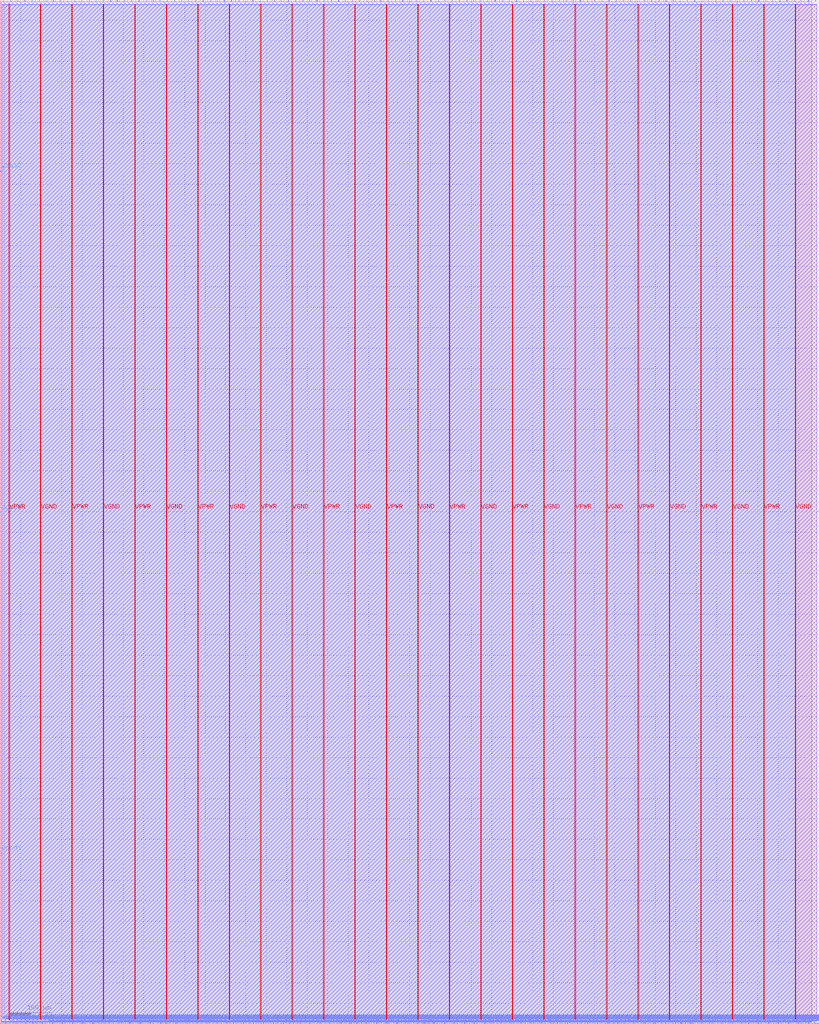
<source format=lef>
VERSION 5.7 ;
  NOWIREEXTENSIONATPIN ON ;
  DIVIDERCHAR "/" ;
  BUSBITCHARS "[]" ;
MACRO user_proj_aes
  CLASS BLOCK ;
  FOREIGN user_proj_aes ;
  ORIGIN 0.000 0.000 ;
  SIZE 2000.000 BY 2500.000 ;
  PIN io_in[0]
    DIRECTION INPUT ;
    USE SIGNAL ;
    PORT
      LAYER met2 ;
        RECT 8.370 2496.000 8.650 2500.000 ;
    END
  END io_in[0]
  PIN io_in[10]
    DIRECTION INPUT ;
    USE SIGNAL ;
    PORT
      LAYER met2 ;
        RECT 530.010 2496.000 530.290 2500.000 ;
    END
  END io_in[10]
  PIN io_in[11]
    DIRECTION INPUT ;
    USE SIGNAL ;
    PORT
      LAYER met2 ;
        RECT 581.990 2496.000 582.270 2500.000 ;
    END
  END io_in[11]
  PIN io_in[12]
    DIRECTION INPUT ;
    USE SIGNAL ;
    PORT
      LAYER met2 ;
        RECT 634.430 2496.000 634.710 2500.000 ;
    END
  END io_in[12]
  PIN io_in[13]
    DIRECTION INPUT ;
    USE SIGNAL ;
    PORT
      LAYER met2 ;
        RECT 686.410 2496.000 686.690 2500.000 ;
    END
  END io_in[13]
  PIN io_in[14]
    DIRECTION INPUT ;
    USE SIGNAL ;
    PORT
      LAYER met2 ;
        RECT 738.390 2496.000 738.670 2500.000 ;
    END
  END io_in[14]
  PIN io_in[15]
    DIRECTION INPUT ;
    USE SIGNAL ;
    PORT
      LAYER met2 ;
        RECT 790.830 2496.000 791.110 2500.000 ;
    END
  END io_in[15]
  PIN io_in[16]
    DIRECTION INPUT ;
    USE SIGNAL ;
    PORT
      LAYER met2 ;
        RECT 842.810 2496.000 843.090 2500.000 ;
    END
  END io_in[16]
  PIN io_in[17]
    DIRECTION INPUT ;
    USE SIGNAL ;
    PORT
      LAYER met2 ;
        RECT 895.250 2496.000 895.530 2500.000 ;
    END
  END io_in[17]
  PIN io_in[18]
    DIRECTION INPUT ;
    USE SIGNAL ;
    PORT
      LAYER met2 ;
        RECT 947.230 2496.000 947.510 2500.000 ;
    END
  END io_in[18]
  PIN io_in[19]
    DIRECTION INPUT ;
    USE SIGNAL ;
    PORT
      LAYER met2 ;
        RECT 999.670 2496.000 999.950 2500.000 ;
    END
  END io_in[19]
  PIN io_in[1]
    DIRECTION INPUT ;
    USE SIGNAL ;
    PORT
      LAYER met2 ;
        RECT 60.350 2496.000 60.630 2500.000 ;
    END
  END io_in[1]
  PIN io_in[20]
    DIRECTION INPUT ;
    USE SIGNAL ;
    PORT
      LAYER met2 ;
        RECT 1051.650 2496.000 1051.930 2500.000 ;
    END
  END io_in[20]
  PIN io_in[21]
    DIRECTION INPUT ;
    USE SIGNAL ;
    PORT
      LAYER met2 ;
        RECT 1103.630 2496.000 1103.910 2500.000 ;
    END
  END io_in[21]
  PIN io_in[22]
    DIRECTION INPUT ;
    USE SIGNAL ;
    PORT
      LAYER met2 ;
        RECT 1156.070 2496.000 1156.350 2500.000 ;
    END
  END io_in[22]
  PIN io_in[23]
    DIRECTION INPUT ;
    USE SIGNAL ;
    PORT
      LAYER met2 ;
        RECT 1208.050 2496.000 1208.330 2500.000 ;
    END
  END io_in[23]
  PIN io_in[24]
    DIRECTION INPUT ;
    USE SIGNAL ;
    PORT
      LAYER met2 ;
        RECT 1260.490 2496.000 1260.770 2500.000 ;
    END
  END io_in[24]
  PIN io_in[25]
    DIRECTION INPUT ;
    USE SIGNAL ;
    PORT
      LAYER met2 ;
        RECT 1312.470 2496.000 1312.750 2500.000 ;
    END
  END io_in[25]
  PIN io_in[26]
    DIRECTION INPUT ;
    USE SIGNAL ;
    PORT
      LAYER met2 ;
        RECT 1364.910 2496.000 1365.190 2500.000 ;
    END
  END io_in[26]
  PIN io_in[27]
    DIRECTION INPUT ;
    USE SIGNAL ;
    PORT
      LAYER met2 ;
        RECT 1416.890 2496.000 1417.170 2500.000 ;
    END
  END io_in[27]
  PIN io_in[28]
    DIRECTION INPUT ;
    USE SIGNAL ;
    PORT
      LAYER met2 ;
        RECT 1468.870 2496.000 1469.150 2500.000 ;
    END
  END io_in[28]
  PIN io_in[29]
    DIRECTION INPUT ;
    USE SIGNAL ;
    PORT
      LAYER met2 ;
        RECT 1521.310 2496.000 1521.590 2500.000 ;
    END
  END io_in[29]
  PIN io_in[2]
    DIRECTION INPUT ;
    USE SIGNAL ;
    PORT
      LAYER met2 ;
        RECT 112.330 2496.000 112.610 2500.000 ;
    END
  END io_in[2]
  PIN io_in[30]
    DIRECTION INPUT ;
    USE SIGNAL ;
    PORT
      LAYER met2 ;
        RECT 1573.290 2496.000 1573.570 2500.000 ;
    END
  END io_in[30]
  PIN io_in[31]
    DIRECTION INPUT ;
    USE SIGNAL ;
    PORT
      LAYER met2 ;
        RECT 1625.730 2496.000 1626.010 2500.000 ;
    END
  END io_in[31]
  PIN io_in[32]
    DIRECTION INPUT ;
    USE SIGNAL ;
    PORT
      LAYER met2 ;
        RECT 1677.710 2496.000 1677.990 2500.000 ;
    END
  END io_in[32]
  PIN io_in[33]
    DIRECTION INPUT ;
    USE SIGNAL ;
    PORT
      LAYER met2 ;
        RECT 1730.150 2496.000 1730.430 2500.000 ;
    END
  END io_in[33]
  PIN io_in[34]
    DIRECTION INPUT ;
    USE SIGNAL ;
    PORT
      LAYER met2 ;
        RECT 1782.130 2496.000 1782.410 2500.000 ;
    END
  END io_in[34]
  PIN io_in[35]
    DIRECTION INPUT ;
    USE SIGNAL ;
    PORT
      LAYER met2 ;
        RECT 1834.110 2496.000 1834.390 2500.000 ;
    END
  END io_in[35]
  PIN io_in[36]
    DIRECTION INPUT ;
    USE SIGNAL ;
    PORT
      LAYER met2 ;
        RECT 1886.550 2496.000 1886.830 2500.000 ;
    END
  END io_in[36]
  PIN io_in[37]
    DIRECTION INPUT ;
    USE SIGNAL ;
    PORT
      LAYER met2 ;
        RECT 1938.530 2496.000 1938.810 2500.000 ;
    END
  END io_in[37]
  PIN io_in[3]
    DIRECTION INPUT ;
    USE SIGNAL ;
    PORT
      LAYER met2 ;
        RECT 164.770 2496.000 165.050 2500.000 ;
    END
  END io_in[3]
  PIN io_in[4]
    DIRECTION INPUT ;
    USE SIGNAL ;
    PORT
      LAYER met2 ;
        RECT 216.750 2496.000 217.030 2500.000 ;
    END
  END io_in[4]
  PIN io_in[5]
    DIRECTION INPUT ;
    USE SIGNAL ;
    PORT
      LAYER met2 ;
        RECT 269.190 2496.000 269.470 2500.000 ;
    END
  END io_in[5]
  PIN io_in[6]
    DIRECTION INPUT ;
    USE SIGNAL ;
    PORT
      LAYER met2 ;
        RECT 321.170 2496.000 321.450 2500.000 ;
    END
  END io_in[6]
  PIN io_in[7]
    DIRECTION INPUT ;
    USE SIGNAL ;
    PORT
      LAYER met2 ;
        RECT 373.150 2496.000 373.430 2500.000 ;
    END
  END io_in[7]
  PIN io_in[8]
    DIRECTION INPUT ;
    USE SIGNAL ;
    PORT
      LAYER met2 ;
        RECT 425.590 2496.000 425.870 2500.000 ;
    END
  END io_in[8]
  PIN io_in[9]
    DIRECTION INPUT ;
    USE SIGNAL ;
    PORT
      LAYER met2 ;
        RECT 477.570 2496.000 477.850 2500.000 ;
    END
  END io_in[9]
  PIN io_oeb[0]
    DIRECTION OUTPUT TRISTATE ;
    USE SIGNAL ;
    PORT
      LAYER met2 ;
        RECT 25.390 2496.000 25.670 2500.000 ;
    END
  END io_oeb[0]
  PIN io_oeb[10]
    DIRECTION OUTPUT TRISTATE ;
    USE SIGNAL ;
    PORT
      LAYER met2 ;
        RECT 547.490 2496.000 547.770 2500.000 ;
    END
  END io_oeb[10]
  PIN io_oeb[11]
    DIRECTION OUTPUT TRISTATE ;
    USE SIGNAL ;
    PORT
      LAYER met2 ;
        RECT 599.470 2496.000 599.750 2500.000 ;
    END
  END io_oeb[11]
  PIN io_oeb[12]
    DIRECTION OUTPUT TRISTATE ;
    USE SIGNAL ;
    PORT
      LAYER met2 ;
        RECT 651.450 2496.000 651.730 2500.000 ;
    END
  END io_oeb[12]
  PIN io_oeb[13]
    DIRECTION OUTPUT TRISTATE ;
    USE SIGNAL ;
    PORT
      LAYER met2 ;
        RECT 703.890 2496.000 704.170 2500.000 ;
    END
  END io_oeb[13]
  PIN io_oeb[14]
    DIRECTION OUTPUT TRISTATE ;
    USE SIGNAL ;
    PORT
      LAYER met2 ;
        RECT 755.870 2496.000 756.150 2500.000 ;
    END
  END io_oeb[14]
  PIN io_oeb[15]
    DIRECTION OUTPUT TRISTATE ;
    USE SIGNAL ;
    PORT
      LAYER met2 ;
        RECT 808.310 2496.000 808.590 2500.000 ;
    END
  END io_oeb[15]
  PIN io_oeb[16]
    DIRECTION OUTPUT TRISTATE ;
    USE SIGNAL ;
    PORT
      LAYER met2 ;
        RECT 860.290 2496.000 860.570 2500.000 ;
    END
  END io_oeb[16]
  PIN io_oeb[17]
    DIRECTION OUTPUT TRISTATE ;
    USE SIGNAL ;
    PORT
      LAYER met2 ;
        RECT 912.730 2496.000 913.010 2500.000 ;
    END
  END io_oeb[17]
  PIN io_oeb[18]
    DIRECTION OUTPUT TRISTATE ;
    USE SIGNAL ;
    PORT
      LAYER met2 ;
        RECT 964.710 2496.000 964.990 2500.000 ;
    END
  END io_oeb[18]
  PIN io_oeb[19]
    DIRECTION OUTPUT TRISTATE ;
    USE SIGNAL ;
    PORT
      LAYER met2 ;
        RECT 1016.690 2496.000 1016.970 2500.000 ;
    END
  END io_oeb[19]
  PIN io_oeb[1]
    DIRECTION OUTPUT TRISTATE ;
    USE SIGNAL ;
    PORT
      LAYER met2 ;
        RECT 77.830 2496.000 78.110 2500.000 ;
    END
  END io_oeb[1]
  PIN io_oeb[20]
    DIRECTION OUTPUT TRISTATE ;
    USE SIGNAL ;
    PORT
      LAYER met2 ;
        RECT 1069.130 2496.000 1069.410 2500.000 ;
    END
  END io_oeb[20]
  PIN io_oeb[21]
    DIRECTION OUTPUT TRISTATE ;
    USE SIGNAL ;
    PORT
      LAYER met2 ;
        RECT 1121.110 2496.000 1121.390 2500.000 ;
    END
  END io_oeb[21]
  PIN io_oeb[22]
    DIRECTION OUTPUT TRISTATE ;
    USE SIGNAL ;
    PORT
      LAYER met2 ;
        RECT 1173.550 2496.000 1173.830 2500.000 ;
    END
  END io_oeb[22]
  PIN io_oeb[23]
    DIRECTION OUTPUT TRISTATE ;
    USE SIGNAL ;
    PORT
      LAYER met2 ;
        RECT 1225.530 2496.000 1225.810 2500.000 ;
    END
  END io_oeb[23]
  PIN io_oeb[24]
    DIRECTION OUTPUT TRISTATE ;
    USE SIGNAL ;
    PORT
      LAYER met2 ;
        RECT 1277.970 2496.000 1278.250 2500.000 ;
    END
  END io_oeb[24]
  PIN io_oeb[25]
    DIRECTION OUTPUT TRISTATE ;
    USE SIGNAL ;
    PORT
      LAYER met2 ;
        RECT 1329.950 2496.000 1330.230 2500.000 ;
    END
  END io_oeb[25]
  PIN io_oeb[26]
    DIRECTION OUTPUT TRISTATE ;
    USE SIGNAL ;
    PORT
      LAYER met2 ;
        RECT 1381.930 2496.000 1382.210 2500.000 ;
    END
  END io_oeb[26]
  PIN io_oeb[27]
    DIRECTION OUTPUT TRISTATE ;
    USE SIGNAL ;
    PORT
      LAYER met2 ;
        RECT 1434.370 2496.000 1434.650 2500.000 ;
    END
  END io_oeb[27]
  PIN io_oeb[28]
    DIRECTION OUTPUT TRISTATE ;
    USE SIGNAL ;
    PORT
      LAYER met2 ;
        RECT 1486.350 2496.000 1486.630 2500.000 ;
    END
  END io_oeb[28]
  PIN io_oeb[29]
    DIRECTION OUTPUT TRISTATE ;
    USE SIGNAL ;
    PORT
      LAYER met2 ;
        RECT 1538.790 2496.000 1539.070 2500.000 ;
    END
  END io_oeb[29]
  PIN io_oeb[2]
    DIRECTION OUTPUT TRISTATE ;
    USE SIGNAL ;
    PORT
      LAYER met2 ;
        RECT 129.810 2496.000 130.090 2500.000 ;
    END
  END io_oeb[2]
  PIN io_oeb[30]
    DIRECTION OUTPUT TRISTATE ;
    USE SIGNAL ;
    PORT
      LAYER met2 ;
        RECT 1590.770 2496.000 1591.050 2500.000 ;
    END
  END io_oeb[30]
  PIN io_oeb[31]
    DIRECTION OUTPUT TRISTATE ;
    USE SIGNAL ;
    PORT
      LAYER met2 ;
        RECT 1643.210 2496.000 1643.490 2500.000 ;
    END
  END io_oeb[31]
  PIN io_oeb[32]
    DIRECTION OUTPUT TRISTATE ;
    USE SIGNAL ;
    PORT
      LAYER met2 ;
        RECT 1695.190 2496.000 1695.470 2500.000 ;
    END
  END io_oeb[32]
  PIN io_oeb[33]
    DIRECTION OUTPUT TRISTATE ;
    USE SIGNAL ;
    PORT
      LAYER met2 ;
        RECT 1747.170 2496.000 1747.450 2500.000 ;
    END
  END io_oeb[33]
  PIN io_oeb[34]
    DIRECTION OUTPUT TRISTATE ;
    USE SIGNAL ;
    PORT
      LAYER met2 ;
        RECT 1799.610 2496.000 1799.890 2500.000 ;
    END
  END io_oeb[34]
  PIN io_oeb[35]
    DIRECTION OUTPUT TRISTATE ;
    USE SIGNAL ;
    PORT
      LAYER met2 ;
        RECT 1851.590 2496.000 1851.870 2500.000 ;
    END
  END io_oeb[35]
  PIN io_oeb[36]
    DIRECTION OUTPUT TRISTATE ;
    USE SIGNAL ;
    PORT
      LAYER met2 ;
        RECT 1904.030 2496.000 1904.310 2500.000 ;
    END
  END io_oeb[36]
  PIN io_oeb[37]
    DIRECTION OUTPUT TRISTATE ;
    USE SIGNAL ;
    PORT
      LAYER met2 ;
        RECT 1956.010 2496.000 1956.290 2500.000 ;
    END
  END io_oeb[37]
  PIN io_oeb[3]
    DIRECTION OUTPUT TRISTATE ;
    USE SIGNAL ;
    PORT
      LAYER met2 ;
        RECT 182.250 2496.000 182.530 2500.000 ;
    END
  END io_oeb[3]
  PIN io_oeb[4]
    DIRECTION OUTPUT TRISTATE ;
    USE SIGNAL ;
    PORT
      LAYER met2 ;
        RECT 234.230 2496.000 234.510 2500.000 ;
    END
  END io_oeb[4]
  PIN io_oeb[5]
    DIRECTION OUTPUT TRISTATE ;
    USE SIGNAL ;
    PORT
      LAYER met2 ;
        RECT 286.210 2496.000 286.490 2500.000 ;
    END
  END io_oeb[5]
  PIN io_oeb[6]
    DIRECTION OUTPUT TRISTATE ;
    USE SIGNAL ;
    PORT
      LAYER met2 ;
        RECT 338.650 2496.000 338.930 2500.000 ;
    END
  END io_oeb[6]
  PIN io_oeb[7]
    DIRECTION OUTPUT TRISTATE ;
    USE SIGNAL ;
    PORT
      LAYER met2 ;
        RECT 390.630 2496.000 390.910 2500.000 ;
    END
  END io_oeb[7]
  PIN io_oeb[8]
    DIRECTION OUTPUT TRISTATE ;
    USE SIGNAL ;
    PORT
      LAYER met2 ;
        RECT 443.070 2496.000 443.350 2500.000 ;
    END
  END io_oeb[8]
  PIN io_oeb[9]
    DIRECTION OUTPUT TRISTATE ;
    USE SIGNAL ;
    PORT
      LAYER met2 ;
        RECT 495.050 2496.000 495.330 2500.000 ;
    END
  END io_oeb[9]
  PIN io_out[0]
    DIRECTION OUTPUT TRISTATE ;
    USE SIGNAL ;
    PORT
      LAYER met2 ;
        RECT 42.870 2496.000 43.150 2500.000 ;
    END
  END io_out[0]
  PIN io_out[10]
    DIRECTION OUTPUT TRISTATE ;
    USE SIGNAL ;
    PORT
      LAYER met2 ;
        RECT 564.510 2496.000 564.790 2500.000 ;
    END
  END io_out[10]
  PIN io_out[11]
    DIRECTION OUTPUT TRISTATE ;
    USE SIGNAL ;
    PORT
      LAYER met2 ;
        RECT 616.950 2496.000 617.230 2500.000 ;
    END
  END io_out[11]
  PIN io_out[12]
    DIRECTION OUTPUT TRISTATE ;
    USE SIGNAL ;
    PORT
      LAYER met2 ;
        RECT 668.930 2496.000 669.210 2500.000 ;
    END
  END io_out[12]
  PIN io_out[13]
    DIRECTION OUTPUT TRISTATE ;
    USE SIGNAL ;
    PORT
      LAYER met2 ;
        RECT 721.370 2496.000 721.650 2500.000 ;
    END
  END io_out[13]
  PIN io_out[14]
    DIRECTION OUTPUT TRISTATE ;
    USE SIGNAL ;
    PORT
      LAYER met2 ;
        RECT 773.350 2496.000 773.630 2500.000 ;
    END
  END io_out[14]
  PIN io_out[15]
    DIRECTION OUTPUT TRISTATE ;
    USE SIGNAL ;
    PORT
      LAYER met2 ;
        RECT 825.790 2496.000 826.070 2500.000 ;
    END
  END io_out[15]
  PIN io_out[16]
    DIRECTION OUTPUT TRISTATE ;
    USE SIGNAL ;
    PORT
      LAYER met2 ;
        RECT 877.770 2496.000 878.050 2500.000 ;
    END
  END io_out[16]
  PIN io_out[17]
    DIRECTION OUTPUT TRISTATE ;
    USE SIGNAL ;
    PORT
      LAYER met2 ;
        RECT 929.750 2496.000 930.030 2500.000 ;
    END
  END io_out[17]
  PIN io_out[18]
    DIRECTION OUTPUT TRISTATE ;
    USE SIGNAL ;
    PORT
      LAYER met2 ;
        RECT 982.190 2496.000 982.470 2500.000 ;
    END
  END io_out[18]
  PIN io_out[19]
    DIRECTION OUTPUT TRISTATE ;
    USE SIGNAL ;
    PORT
      LAYER met2 ;
        RECT 1034.170 2496.000 1034.450 2500.000 ;
    END
  END io_out[19]
  PIN io_out[1]
    DIRECTION OUTPUT TRISTATE ;
    USE SIGNAL ;
    PORT
      LAYER met2 ;
        RECT 95.310 2496.000 95.590 2500.000 ;
    END
  END io_out[1]
  PIN io_out[20]
    DIRECTION OUTPUT TRISTATE ;
    USE SIGNAL ;
    PORT
      LAYER met2 ;
        RECT 1086.610 2496.000 1086.890 2500.000 ;
    END
  END io_out[20]
  PIN io_out[21]
    DIRECTION OUTPUT TRISTATE ;
    USE SIGNAL ;
    PORT
      LAYER met2 ;
        RECT 1138.590 2496.000 1138.870 2500.000 ;
    END
  END io_out[21]
  PIN io_out[22]
    DIRECTION OUTPUT TRISTATE ;
    USE SIGNAL ;
    PORT
      LAYER met2 ;
        RECT 1190.570 2496.000 1190.850 2500.000 ;
    END
  END io_out[22]
  PIN io_out[23]
    DIRECTION OUTPUT TRISTATE ;
    USE SIGNAL ;
    PORT
      LAYER met2 ;
        RECT 1243.010 2496.000 1243.290 2500.000 ;
    END
  END io_out[23]
  PIN io_out[24]
    DIRECTION OUTPUT TRISTATE ;
    USE SIGNAL ;
    PORT
      LAYER met2 ;
        RECT 1294.990 2496.000 1295.270 2500.000 ;
    END
  END io_out[24]
  PIN io_out[25]
    DIRECTION OUTPUT TRISTATE ;
    USE SIGNAL ;
    PORT
      LAYER met2 ;
        RECT 1347.430 2496.000 1347.710 2500.000 ;
    END
  END io_out[25]
  PIN io_out[26]
    DIRECTION OUTPUT TRISTATE ;
    USE SIGNAL ;
    PORT
      LAYER met2 ;
        RECT 1399.410 2496.000 1399.690 2500.000 ;
    END
  END io_out[26]
  PIN io_out[27]
    DIRECTION OUTPUT TRISTATE ;
    USE SIGNAL ;
    PORT
      LAYER met2 ;
        RECT 1451.850 2496.000 1452.130 2500.000 ;
    END
  END io_out[27]
  PIN io_out[28]
    DIRECTION OUTPUT TRISTATE ;
    USE SIGNAL ;
    PORT
      LAYER met2 ;
        RECT 1503.830 2496.000 1504.110 2500.000 ;
    END
  END io_out[28]
  PIN io_out[29]
    DIRECTION OUTPUT TRISTATE ;
    USE SIGNAL ;
    PORT
      LAYER met2 ;
        RECT 1555.810 2496.000 1556.090 2500.000 ;
    END
  END io_out[29]
  PIN io_out[2]
    DIRECTION OUTPUT TRISTATE ;
    USE SIGNAL ;
    PORT
      LAYER met2 ;
        RECT 147.290 2496.000 147.570 2500.000 ;
    END
  END io_out[2]
  PIN io_out[30]
    DIRECTION OUTPUT TRISTATE ;
    USE SIGNAL ;
    PORT
      LAYER met2 ;
        RECT 1608.250 2496.000 1608.530 2500.000 ;
    END
  END io_out[30]
  PIN io_out[31]
    DIRECTION OUTPUT TRISTATE ;
    USE SIGNAL ;
    PORT
      LAYER met2 ;
        RECT 1660.230 2496.000 1660.510 2500.000 ;
    END
  END io_out[31]
  PIN io_out[32]
    DIRECTION OUTPUT TRISTATE ;
    USE SIGNAL ;
    PORT
      LAYER met2 ;
        RECT 1712.670 2496.000 1712.950 2500.000 ;
    END
  END io_out[32]
  PIN io_out[33]
    DIRECTION OUTPUT TRISTATE ;
    USE SIGNAL ;
    PORT
      LAYER met2 ;
        RECT 1764.650 2496.000 1764.930 2500.000 ;
    END
  END io_out[33]
  PIN io_out[34]
    DIRECTION OUTPUT TRISTATE ;
    USE SIGNAL ;
    PORT
      LAYER met2 ;
        RECT 1817.090 2496.000 1817.370 2500.000 ;
    END
  END io_out[34]
  PIN io_out[35]
    DIRECTION OUTPUT TRISTATE ;
    USE SIGNAL ;
    PORT
      LAYER met2 ;
        RECT 1869.070 2496.000 1869.350 2500.000 ;
    END
  END io_out[35]
  PIN io_out[36]
    DIRECTION OUTPUT TRISTATE ;
    USE SIGNAL ;
    PORT
      LAYER met2 ;
        RECT 1921.050 2496.000 1921.330 2500.000 ;
    END
  END io_out[36]
  PIN io_out[37]
    DIRECTION OUTPUT TRISTATE ;
    USE SIGNAL ;
    PORT
      LAYER met2 ;
        RECT 1973.490 2496.000 1973.770 2500.000 ;
    END
  END io_out[37]
  PIN io_out[3]
    DIRECTION OUTPUT TRISTATE ;
    USE SIGNAL ;
    PORT
      LAYER met2 ;
        RECT 199.270 2496.000 199.550 2500.000 ;
    END
  END io_out[3]
  PIN io_out[4]
    DIRECTION OUTPUT TRISTATE ;
    USE SIGNAL ;
    PORT
      LAYER met2 ;
        RECT 251.710 2496.000 251.990 2500.000 ;
    END
  END io_out[4]
  PIN io_out[5]
    DIRECTION OUTPUT TRISTATE ;
    USE SIGNAL ;
    PORT
      LAYER met2 ;
        RECT 303.690 2496.000 303.970 2500.000 ;
    END
  END io_out[5]
  PIN io_out[6]
    DIRECTION OUTPUT TRISTATE ;
    USE SIGNAL ;
    PORT
      LAYER met2 ;
        RECT 356.130 2496.000 356.410 2500.000 ;
    END
  END io_out[6]
  PIN io_out[7]
    DIRECTION OUTPUT TRISTATE ;
    USE SIGNAL ;
    PORT
      LAYER met2 ;
        RECT 408.110 2496.000 408.390 2500.000 ;
    END
  END io_out[7]
  PIN io_out[8]
    DIRECTION OUTPUT TRISTATE ;
    USE SIGNAL ;
    PORT
      LAYER met2 ;
        RECT 460.550 2496.000 460.830 2500.000 ;
    END
  END io_out[8]
  PIN io_out[9]
    DIRECTION OUTPUT TRISTATE ;
    USE SIGNAL ;
    PORT
      LAYER met2 ;
        RECT 512.530 2496.000 512.810 2500.000 ;
    END
  END io_out[9]
  PIN la_data_in[0]
    DIRECTION INPUT ;
    USE SIGNAL ;
    PORT
      LAYER met2 ;
        RECT 431.570 0.000 431.850 4.000 ;
    END
  END la_data_in[0]
  PIN la_data_in[100]
    DIRECTION INPUT ;
    USE SIGNAL ;
    PORT
      LAYER met2 ;
        RECT 1648.730 0.000 1649.010 4.000 ;
    END
  END la_data_in[100]
  PIN la_data_in[101]
    DIRECTION INPUT ;
    USE SIGNAL ;
    PORT
      LAYER met2 ;
        RECT 1661.150 0.000 1661.430 4.000 ;
    END
  END la_data_in[101]
  PIN la_data_in[102]
    DIRECTION INPUT ;
    USE SIGNAL ;
    PORT
      LAYER met2 ;
        RECT 1673.110 0.000 1673.390 4.000 ;
    END
  END la_data_in[102]
  PIN la_data_in[103]
    DIRECTION INPUT ;
    USE SIGNAL ;
    PORT
      LAYER met2 ;
        RECT 1685.530 0.000 1685.810 4.000 ;
    END
  END la_data_in[103]
  PIN la_data_in[104]
    DIRECTION INPUT ;
    USE SIGNAL ;
    PORT
      LAYER met2 ;
        RECT 1697.490 0.000 1697.770 4.000 ;
    END
  END la_data_in[104]
  PIN la_data_in[105]
    DIRECTION INPUT ;
    USE SIGNAL ;
    PORT
      LAYER met2 ;
        RECT 1709.450 0.000 1709.730 4.000 ;
    END
  END la_data_in[105]
  PIN la_data_in[106]
    DIRECTION INPUT ;
    USE SIGNAL ;
    PORT
      LAYER met2 ;
        RECT 1721.870 0.000 1722.150 4.000 ;
    END
  END la_data_in[106]
  PIN la_data_in[107]
    DIRECTION INPUT ;
    USE SIGNAL ;
    PORT
      LAYER met2 ;
        RECT 1733.830 0.000 1734.110 4.000 ;
    END
  END la_data_in[107]
  PIN la_data_in[108]
    DIRECTION INPUT ;
    USE SIGNAL ;
    PORT
      LAYER met2 ;
        RECT 1746.250 0.000 1746.530 4.000 ;
    END
  END la_data_in[108]
  PIN la_data_in[109]
    DIRECTION INPUT ;
    USE SIGNAL ;
    PORT
      LAYER met2 ;
        RECT 1758.210 0.000 1758.490 4.000 ;
    END
  END la_data_in[109]
  PIN la_data_in[10]
    DIRECTION INPUT ;
    USE SIGNAL ;
    PORT
      LAYER met2 ;
        RECT 553.470 0.000 553.750 4.000 ;
    END
  END la_data_in[10]
  PIN la_data_in[110]
    DIRECTION INPUT ;
    USE SIGNAL ;
    PORT
      LAYER met2 ;
        RECT 1770.630 0.000 1770.910 4.000 ;
    END
  END la_data_in[110]
  PIN la_data_in[111]
    DIRECTION INPUT ;
    USE SIGNAL ;
    PORT
      LAYER met2 ;
        RECT 1782.590 0.000 1782.870 4.000 ;
    END
  END la_data_in[111]
  PIN la_data_in[112]
    DIRECTION INPUT ;
    USE SIGNAL ;
    PORT
      LAYER met2 ;
        RECT 1795.010 0.000 1795.290 4.000 ;
    END
  END la_data_in[112]
  PIN la_data_in[113]
    DIRECTION INPUT ;
    USE SIGNAL ;
    PORT
      LAYER met2 ;
        RECT 1806.970 0.000 1807.250 4.000 ;
    END
  END la_data_in[113]
  PIN la_data_in[114]
    DIRECTION INPUT ;
    USE SIGNAL ;
    PORT
      LAYER met2 ;
        RECT 1819.390 0.000 1819.670 4.000 ;
    END
  END la_data_in[114]
  PIN la_data_in[115]
    DIRECTION INPUT ;
    USE SIGNAL ;
    PORT
      LAYER met2 ;
        RECT 1831.350 0.000 1831.630 4.000 ;
    END
  END la_data_in[115]
  PIN la_data_in[116]
    DIRECTION INPUT ;
    USE SIGNAL ;
    PORT
      LAYER met2 ;
        RECT 1843.770 0.000 1844.050 4.000 ;
    END
  END la_data_in[116]
  PIN la_data_in[117]
    DIRECTION INPUT ;
    USE SIGNAL ;
    PORT
      LAYER met2 ;
        RECT 1855.730 0.000 1856.010 4.000 ;
    END
  END la_data_in[117]
  PIN la_data_in[118]
    DIRECTION INPUT ;
    USE SIGNAL ;
    PORT
      LAYER met2 ;
        RECT 1867.690 0.000 1867.970 4.000 ;
    END
  END la_data_in[118]
  PIN la_data_in[119]
    DIRECTION INPUT ;
    USE SIGNAL ;
    PORT
      LAYER met2 ;
        RECT 1880.110 0.000 1880.390 4.000 ;
    END
  END la_data_in[119]
  PIN la_data_in[11]
    DIRECTION INPUT ;
    USE SIGNAL ;
    PORT
      LAYER met2 ;
        RECT 565.430 0.000 565.710 4.000 ;
    END
  END la_data_in[11]
  PIN la_data_in[120]
    DIRECTION INPUT ;
    USE SIGNAL ;
    PORT
      LAYER met2 ;
        RECT 1892.070 0.000 1892.350 4.000 ;
    END
  END la_data_in[120]
  PIN la_data_in[121]
    DIRECTION INPUT ;
    USE SIGNAL ;
    PORT
      LAYER met2 ;
        RECT 1904.490 0.000 1904.770 4.000 ;
    END
  END la_data_in[121]
  PIN la_data_in[122]
    DIRECTION INPUT ;
    USE SIGNAL ;
    PORT
      LAYER met2 ;
        RECT 1916.450 0.000 1916.730 4.000 ;
    END
  END la_data_in[122]
  PIN la_data_in[123]
    DIRECTION INPUT ;
    USE SIGNAL ;
    PORT
      LAYER met2 ;
        RECT 1928.870 0.000 1929.150 4.000 ;
    END
  END la_data_in[123]
  PIN la_data_in[124]
    DIRECTION INPUT ;
    USE SIGNAL ;
    PORT
      LAYER met2 ;
        RECT 1940.830 0.000 1941.110 4.000 ;
    END
  END la_data_in[124]
  PIN la_data_in[125]
    DIRECTION INPUT ;
    USE SIGNAL ;
    PORT
      LAYER met2 ;
        RECT 1953.250 0.000 1953.530 4.000 ;
    END
  END la_data_in[125]
  PIN la_data_in[126]
    DIRECTION INPUT ;
    USE SIGNAL ;
    PORT
      LAYER met2 ;
        RECT 1965.210 0.000 1965.490 4.000 ;
    END
  END la_data_in[126]
  PIN la_data_in[127]
    DIRECTION INPUT ;
    USE SIGNAL ;
    PORT
      LAYER met2 ;
        RECT 1977.630 0.000 1977.910 4.000 ;
    END
  END la_data_in[127]
  PIN la_data_in[12]
    DIRECTION INPUT ;
    USE SIGNAL ;
    PORT
      LAYER met2 ;
        RECT 577.850 0.000 578.130 4.000 ;
    END
  END la_data_in[12]
  PIN la_data_in[13]
    DIRECTION INPUT ;
    USE SIGNAL ;
    PORT
      LAYER met2 ;
        RECT 589.810 0.000 590.090 4.000 ;
    END
  END la_data_in[13]
  PIN la_data_in[14]
    DIRECTION INPUT ;
    USE SIGNAL ;
    PORT
      LAYER met2 ;
        RECT 602.230 0.000 602.510 4.000 ;
    END
  END la_data_in[14]
  PIN la_data_in[15]
    DIRECTION INPUT ;
    USE SIGNAL ;
    PORT
      LAYER met2 ;
        RECT 614.190 0.000 614.470 4.000 ;
    END
  END la_data_in[15]
  PIN la_data_in[16]
    DIRECTION INPUT ;
    USE SIGNAL ;
    PORT
      LAYER met2 ;
        RECT 626.610 0.000 626.890 4.000 ;
    END
  END la_data_in[16]
  PIN la_data_in[17]
    DIRECTION INPUT ;
    USE SIGNAL ;
    PORT
      LAYER met2 ;
        RECT 638.570 0.000 638.850 4.000 ;
    END
  END la_data_in[17]
  PIN la_data_in[18]
    DIRECTION INPUT ;
    USE SIGNAL ;
    PORT
      LAYER met2 ;
        RECT 650.990 0.000 651.270 4.000 ;
    END
  END la_data_in[18]
  PIN la_data_in[19]
    DIRECTION INPUT ;
    USE SIGNAL ;
    PORT
      LAYER met2 ;
        RECT 662.950 0.000 663.230 4.000 ;
    END
  END la_data_in[19]
  PIN la_data_in[1]
    DIRECTION INPUT ;
    USE SIGNAL ;
    PORT
      LAYER met2 ;
        RECT 443.990 0.000 444.270 4.000 ;
    END
  END la_data_in[1]
  PIN la_data_in[20]
    DIRECTION INPUT ;
    USE SIGNAL ;
    PORT
      LAYER met2 ;
        RECT 675.370 0.000 675.650 4.000 ;
    END
  END la_data_in[20]
  PIN la_data_in[21]
    DIRECTION INPUT ;
    USE SIGNAL ;
    PORT
      LAYER met2 ;
        RECT 687.330 0.000 687.610 4.000 ;
    END
  END la_data_in[21]
  PIN la_data_in[22]
    DIRECTION INPUT ;
    USE SIGNAL ;
    PORT
      LAYER met2 ;
        RECT 699.290 0.000 699.570 4.000 ;
    END
  END la_data_in[22]
  PIN la_data_in[23]
    DIRECTION INPUT ;
    USE SIGNAL ;
    PORT
      LAYER met2 ;
        RECT 711.710 0.000 711.990 4.000 ;
    END
  END la_data_in[23]
  PIN la_data_in[24]
    DIRECTION INPUT ;
    USE SIGNAL ;
    PORT
      LAYER met2 ;
        RECT 723.670 0.000 723.950 4.000 ;
    END
  END la_data_in[24]
  PIN la_data_in[25]
    DIRECTION INPUT ;
    USE SIGNAL ;
    PORT
      LAYER met2 ;
        RECT 736.090 0.000 736.370 4.000 ;
    END
  END la_data_in[25]
  PIN la_data_in[26]
    DIRECTION INPUT ;
    USE SIGNAL ;
    PORT
      LAYER met2 ;
        RECT 748.050 0.000 748.330 4.000 ;
    END
  END la_data_in[26]
  PIN la_data_in[27]
    DIRECTION INPUT ;
    USE SIGNAL ;
    PORT
      LAYER met2 ;
        RECT 760.470 0.000 760.750 4.000 ;
    END
  END la_data_in[27]
  PIN la_data_in[28]
    DIRECTION INPUT ;
    USE SIGNAL ;
    PORT
      LAYER met2 ;
        RECT 772.430 0.000 772.710 4.000 ;
    END
  END la_data_in[28]
  PIN la_data_in[29]
    DIRECTION INPUT ;
    USE SIGNAL ;
    PORT
      LAYER met2 ;
        RECT 784.850 0.000 785.130 4.000 ;
    END
  END la_data_in[29]
  PIN la_data_in[2]
    DIRECTION INPUT ;
    USE SIGNAL ;
    PORT
      LAYER met2 ;
        RECT 455.950 0.000 456.230 4.000 ;
    END
  END la_data_in[2]
  PIN la_data_in[30]
    DIRECTION INPUT ;
    USE SIGNAL ;
    PORT
      LAYER met2 ;
        RECT 796.810 0.000 797.090 4.000 ;
    END
  END la_data_in[30]
  PIN la_data_in[31]
    DIRECTION INPUT ;
    USE SIGNAL ;
    PORT
      LAYER met2 ;
        RECT 809.230 0.000 809.510 4.000 ;
    END
  END la_data_in[31]
  PIN la_data_in[32]
    DIRECTION INPUT ;
    USE SIGNAL ;
    PORT
      LAYER met2 ;
        RECT 821.190 0.000 821.470 4.000 ;
    END
  END la_data_in[32]
  PIN la_data_in[33]
    DIRECTION INPUT ;
    USE SIGNAL ;
    PORT
      LAYER met2 ;
        RECT 833.150 0.000 833.430 4.000 ;
    END
  END la_data_in[33]
  PIN la_data_in[34]
    DIRECTION INPUT ;
    USE SIGNAL ;
    PORT
      LAYER met2 ;
        RECT 845.570 0.000 845.850 4.000 ;
    END
  END la_data_in[34]
  PIN la_data_in[35]
    DIRECTION INPUT ;
    USE SIGNAL ;
    PORT
      LAYER met2 ;
        RECT 857.530 0.000 857.810 4.000 ;
    END
  END la_data_in[35]
  PIN la_data_in[36]
    DIRECTION INPUT ;
    USE SIGNAL ;
    PORT
      LAYER met2 ;
        RECT 869.950 0.000 870.230 4.000 ;
    END
  END la_data_in[36]
  PIN la_data_in[37]
    DIRECTION INPUT ;
    USE SIGNAL ;
    PORT
      LAYER met2 ;
        RECT 881.910 0.000 882.190 4.000 ;
    END
  END la_data_in[37]
  PIN la_data_in[38]
    DIRECTION INPUT ;
    USE SIGNAL ;
    PORT
      LAYER met2 ;
        RECT 894.330 0.000 894.610 4.000 ;
    END
  END la_data_in[38]
  PIN la_data_in[39]
    DIRECTION INPUT ;
    USE SIGNAL ;
    PORT
      LAYER met2 ;
        RECT 906.290 0.000 906.570 4.000 ;
    END
  END la_data_in[39]
  PIN la_data_in[3]
    DIRECTION INPUT ;
    USE SIGNAL ;
    PORT
      LAYER met2 ;
        RECT 468.370 0.000 468.650 4.000 ;
    END
  END la_data_in[3]
  PIN la_data_in[40]
    DIRECTION INPUT ;
    USE SIGNAL ;
    PORT
      LAYER met2 ;
        RECT 918.710 0.000 918.990 4.000 ;
    END
  END la_data_in[40]
  PIN la_data_in[41]
    DIRECTION INPUT ;
    USE SIGNAL ;
    PORT
      LAYER met2 ;
        RECT 930.670 0.000 930.950 4.000 ;
    END
  END la_data_in[41]
  PIN la_data_in[42]
    DIRECTION INPUT ;
    USE SIGNAL ;
    PORT
      LAYER met2 ;
        RECT 943.090 0.000 943.370 4.000 ;
    END
  END la_data_in[42]
  PIN la_data_in[43]
    DIRECTION INPUT ;
    USE SIGNAL ;
    PORT
      LAYER met2 ;
        RECT 955.050 0.000 955.330 4.000 ;
    END
  END la_data_in[43]
  PIN la_data_in[44]
    DIRECTION INPUT ;
    USE SIGNAL ;
    PORT
      LAYER met2 ;
        RECT 967.470 0.000 967.750 4.000 ;
    END
  END la_data_in[44]
  PIN la_data_in[45]
    DIRECTION INPUT ;
    USE SIGNAL ;
    PORT
      LAYER met2 ;
        RECT 979.430 0.000 979.710 4.000 ;
    END
  END la_data_in[45]
  PIN la_data_in[46]
    DIRECTION INPUT ;
    USE SIGNAL ;
    PORT
      LAYER met2 ;
        RECT 991.390 0.000 991.670 4.000 ;
    END
  END la_data_in[46]
  PIN la_data_in[47]
    DIRECTION INPUT ;
    USE SIGNAL ;
    PORT
      LAYER met2 ;
        RECT 1003.810 0.000 1004.090 4.000 ;
    END
  END la_data_in[47]
  PIN la_data_in[48]
    DIRECTION INPUT ;
    USE SIGNAL ;
    PORT
      LAYER met2 ;
        RECT 1015.770 0.000 1016.050 4.000 ;
    END
  END la_data_in[48]
  PIN la_data_in[49]
    DIRECTION INPUT ;
    USE SIGNAL ;
    PORT
      LAYER met2 ;
        RECT 1028.190 0.000 1028.470 4.000 ;
    END
  END la_data_in[49]
  PIN la_data_in[4]
    DIRECTION INPUT ;
    USE SIGNAL ;
    PORT
      LAYER met2 ;
        RECT 480.330 0.000 480.610 4.000 ;
    END
  END la_data_in[4]
  PIN la_data_in[50]
    DIRECTION INPUT ;
    USE SIGNAL ;
    PORT
      LAYER met2 ;
        RECT 1040.150 0.000 1040.430 4.000 ;
    END
  END la_data_in[50]
  PIN la_data_in[51]
    DIRECTION INPUT ;
    USE SIGNAL ;
    PORT
      LAYER met2 ;
        RECT 1052.570 0.000 1052.850 4.000 ;
    END
  END la_data_in[51]
  PIN la_data_in[52]
    DIRECTION INPUT ;
    USE SIGNAL ;
    PORT
      LAYER met2 ;
        RECT 1064.530 0.000 1064.810 4.000 ;
    END
  END la_data_in[52]
  PIN la_data_in[53]
    DIRECTION INPUT ;
    USE SIGNAL ;
    PORT
      LAYER met2 ;
        RECT 1076.950 0.000 1077.230 4.000 ;
    END
  END la_data_in[53]
  PIN la_data_in[54]
    DIRECTION INPUT ;
    USE SIGNAL ;
    PORT
      LAYER met2 ;
        RECT 1088.910 0.000 1089.190 4.000 ;
    END
  END la_data_in[54]
  PIN la_data_in[55]
    DIRECTION INPUT ;
    USE SIGNAL ;
    PORT
      LAYER met2 ;
        RECT 1101.330 0.000 1101.610 4.000 ;
    END
  END la_data_in[55]
  PIN la_data_in[56]
    DIRECTION INPUT ;
    USE SIGNAL ;
    PORT
      LAYER met2 ;
        RECT 1113.290 0.000 1113.570 4.000 ;
    END
  END la_data_in[56]
  PIN la_data_in[57]
    DIRECTION INPUT ;
    USE SIGNAL ;
    PORT
      LAYER met2 ;
        RECT 1125.250 0.000 1125.530 4.000 ;
    END
  END la_data_in[57]
  PIN la_data_in[58]
    DIRECTION INPUT ;
    USE SIGNAL ;
    PORT
      LAYER met2 ;
        RECT 1137.670 0.000 1137.950 4.000 ;
    END
  END la_data_in[58]
  PIN la_data_in[59]
    DIRECTION INPUT ;
    USE SIGNAL ;
    PORT
      LAYER met2 ;
        RECT 1149.630 0.000 1149.910 4.000 ;
    END
  END la_data_in[59]
  PIN la_data_in[5]
    DIRECTION INPUT ;
    USE SIGNAL ;
    PORT
      LAYER met2 ;
        RECT 492.750 0.000 493.030 4.000 ;
    END
  END la_data_in[5]
  PIN la_data_in[60]
    DIRECTION INPUT ;
    USE SIGNAL ;
    PORT
      LAYER met2 ;
        RECT 1162.050 0.000 1162.330 4.000 ;
    END
  END la_data_in[60]
  PIN la_data_in[61]
    DIRECTION INPUT ;
    USE SIGNAL ;
    PORT
      LAYER met2 ;
        RECT 1174.010 0.000 1174.290 4.000 ;
    END
  END la_data_in[61]
  PIN la_data_in[62]
    DIRECTION INPUT ;
    USE SIGNAL ;
    PORT
      LAYER met2 ;
        RECT 1186.430 0.000 1186.710 4.000 ;
    END
  END la_data_in[62]
  PIN la_data_in[63]
    DIRECTION INPUT ;
    USE SIGNAL ;
    PORT
      LAYER met2 ;
        RECT 1198.390 0.000 1198.670 4.000 ;
    END
  END la_data_in[63]
  PIN la_data_in[64]
    DIRECTION INPUT ;
    USE SIGNAL ;
    PORT
      LAYER met2 ;
        RECT 1210.810 0.000 1211.090 4.000 ;
    END
  END la_data_in[64]
  PIN la_data_in[65]
    DIRECTION INPUT ;
    USE SIGNAL ;
    PORT
      LAYER met2 ;
        RECT 1222.770 0.000 1223.050 4.000 ;
    END
  END la_data_in[65]
  PIN la_data_in[66]
    DIRECTION INPUT ;
    USE SIGNAL ;
    PORT
      LAYER met2 ;
        RECT 1235.190 0.000 1235.470 4.000 ;
    END
  END la_data_in[66]
  PIN la_data_in[67]
    DIRECTION INPUT ;
    USE SIGNAL ;
    PORT
      LAYER met2 ;
        RECT 1247.150 0.000 1247.430 4.000 ;
    END
  END la_data_in[67]
  PIN la_data_in[68]
    DIRECTION INPUT ;
    USE SIGNAL ;
    PORT
      LAYER met2 ;
        RECT 1259.570 0.000 1259.850 4.000 ;
    END
  END la_data_in[68]
  PIN la_data_in[69]
    DIRECTION INPUT ;
    USE SIGNAL ;
    PORT
      LAYER met2 ;
        RECT 1271.530 0.000 1271.810 4.000 ;
    END
  END la_data_in[69]
  PIN la_data_in[6]
    DIRECTION INPUT ;
    USE SIGNAL ;
    PORT
      LAYER met2 ;
        RECT 504.710 0.000 504.990 4.000 ;
    END
  END la_data_in[6]
  PIN la_data_in[70]
    DIRECTION INPUT ;
    USE SIGNAL ;
    PORT
      LAYER met2 ;
        RECT 1283.490 0.000 1283.770 4.000 ;
    END
  END la_data_in[70]
  PIN la_data_in[71]
    DIRECTION INPUT ;
    USE SIGNAL ;
    PORT
      LAYER met2 ;
        RECT 1295.910 0.000 1296.190 4.000 ;
    END
  END la_data_in[71]
  PIN la_data_in[72]
    DIRECTION INPUT ;
    USE SIGNAL ;
    PORT
      LAYER met2 ;
        RECT 1307.870 0.000 1308.150 4.000 ;
    END
  END la_data_in[72]
  PIN la_data_in[73]
    DIRECTION INPUT ;
    USE SIGNAL ;
    PORT
      LAYER met2 ;
        RECT 1320.290 0.000 1320.570 4.000 ;
    END
  END la_data_in[73]
  PIN la_data_in[74]
    DIRECTION INPUT ;
    USE SIGNAL ;
    PORT
      LAYER met2 ;
        RECT 1332.250 0.000 1332.530 4.000 ;
    END
  END la_data_in[74]
  PIN la_data_in[75]
    DIRECTION INPUT ;
    USE SIGNAL ;
    PORT
      LAYER met2 ;
        RECT 1344.670 0.000 1344.950 4.000 ;
    END
  END la_data_in[75]
  PIN la_data_in[76]
    DIRECTION INPUT ;
    USE SIGNAL ;
    PORT
      LAYER met2 ;
        RECT 1356.630 0.000 1356.910 4.000 ;
    END
  END la_data_in[76]
  PIN la_data_in[77]
    DIRECTION INPUT ;
    USE SIGNAL ;
    PORT
      LAYER met2 ;
        RECT 1369.050 0.000 1369.330 4.000 ;
    END
  END la_data_in[77]
  PIN la_data_in[78]
    DIRECTION INPUT ;
    USE SIGNAL ;
    PORT
      LAYER met2 ;
        RECT 1381.010 0.000 1381.290 4.000 ;
    END
  END la_data_in[78]
  PIN la_data_in[79]
    DIRECTION INPUT ;
    USE SIGNAL ;
    PORT
      LAYER met2 ;
        RECT 1393.430 0.000 1393.710 4.000 ;
    END
  END la_data_in[79]
  PIN la_data_in[7]
    DIRECTION INPUT ;
    USE SIGNAL ;
    PORT
      LAYER met2 ;
        RECT 517.130 0.000 517.410 4.000 ;
    END
  END la_data_in[7]
  PIN la_data_in[80]
    DIRECTION INPUT ;
    USE SIGNAL ;
    PORT
      LAYER met2 ;
        RECT 1405.390 0.000 1405.670 4.000 ;
    END
  END la_data_in[80]
  PIN la_data_in[81]
    DIRECTION INPUT ;
    USE SIGNAL ;
    PORT
      LAYER met2 ;
        RECT 1417.350 0.000 1417.630 4.000 ;
    END
  END la_data_in[81]
  PIN la_data_in[82]
    DIRECTION INPUT ;
    USE SIGNAL ;
    PORT
      LAYER met2 ;
        RECT 1429.770 0.000 1430.050 4.000 ;
    END
  END la_data_in[82]
  PIN la_data_in[83]
    DIRECTION INPUT ;
    USE SIGNAL ;
    PORT
      LAYER met2 ;
        RECT 1441.730 0.000 1442.010 4.000 ;
    END
  END la_data_in[83]
  PIN la_data_in[84]
    DIRECTION INPUT ;
    USE SIGNAL ;
    PORT
      LAYER met2 ;
        RECT 1454.150 0.000 1454.430 4.000 ;
    END
  END la_data_in[84]
  PIN la_data_in[85]
    DIRECTION INPUT ;
    USE SIGNAL ;
    PORT
      LAYER met2 ;
        RECT 1466.110 0.000 1466.390 4.000 ;
    END
  END la_data_in[85]
  PIN la_data_in[86]
    DIRECTION INPUT ;
    USE SIGNAL ;
    PORT
      LAYER met2 ;
        RECT 1478.530 0.000 1478.810 4.000 ;
    END
  END la_data_in[86]
  PIN la_data_in[87]
    DIRECTION INPUT ;
    USE SIGNAL ;
    PORT
      LAYER met2 ;
        RECT 1490.490 0.000 1490.770 4.000 ;
    END
  END la_data_in[87]
  PIN la_data_in[88]
    DIRECTION INPUT ;
    USE SIGNAL ;
    PORT
      LAYER met2 ;
        RECT 1502.910 0.000 1503.190 4.000 ;
    END
  END la_data_in[88]
  PIN la_data_in[89]
    DIRECTION INPUT ;
    USE SIGNAL ;
    PORT
      LAYER met2 ;
        RECT 1514.870 0.000 1515.150 4.000 ;
    END
  END la_data_in[89]
  PIN la_data_in[8]
    DIRECTION INPUT ;
    USE SIGNAL ;
    PORT
      LAYER met2 ;
        RECT 529.090 0.000 529.370 4.000 ;
    END
  END la_data_in[8]
  PIN la_data_in[90]
    DIRECTION INPUT ;
    USE SIGNAL ;
    PORT
      LAYER met2 ;
        RECT 1527.290 0.000 1527.570 4.000 ;
    END
  END la_data_in[90]
  PIN la_data_in[91]
    DIRECTION INPUT ;
    USE SIGNAL ;
    PORT
      LAYER met2 ;
        RECT 1539.250 0.000 1539.530 4.000 ;
    END
  END la_data_in[91]
  PIN la_data_in[92]
    DIRECTION INPUT ;
    USE SIGNAL ;
    PORT
      LAYER met2 ;
        RECT 1551.670 0.000 1551.950 4.000 ;
    END
  END la_data_in[92]
  PIN la_data_in[93]
    DIRECTION INPUT ;
    USE SIGNAL ;
    PORT
      LAYER met2 ;
        RECT 1563.630 0.000 1563.910 4.000 ;
    END
  END la_data_in[93]
  PIN la_data_in[94]
    DIRECTION INPUT ;
    USE SIGNAL ;
    PORT
      LAYER met2 ;
        RECT 1575.590 0.000 1575.870 4.000 ;
    END
  END la_data_in[94]
  PIN la_data_in[95]
    DIRECTION INPUT ;
    USE SIGNAL ;
    PORT
      LAYER met2 ;
        RECT 1588.010 0.000 1588.290 4.000 ;
    END
  END la_data_in[95]
  PIN la_data_in[96]
    DIRECTION INPUT ;
    USE SIGNAL ;
    PORT
      LAYER met2 ;
        RECT 1599.970 0.000 1600.250 4.000 ;
    END
  END la_data_in[96]
  PIN la_data_in[97]
    DIRECTION INPUT ;
    USE SIGNAL ;
    PORT
      LAYER met2 ;
        RECT 1612.390 0.000 1612.670 4.000 ;
    END
  END la_data_in[97]
  PIN la_data_in[98]
    DIRECTION INPUT ;
    USE SIGNAL ;
    PORT
      LAYER met2 ;
        RECT 1624.350 0.000 1624.630 4.000 ;
    END
  END la_data_in[98]
  PIN la_data_in[99]
    DIRECTION INPUT ;
    USE SIGNAL ;
    PORT
      LAYER met2 ;
        RECT 1636.770 0.000 1637.050 4.000 ;
    END
  END la_data_in[99]
  PIN la_data_in[9]
    DIRECTION INPUT ;
    USE SIGNAL ;
    PORT
      LAYER met2 ;
        RECT 541.050 0.000 541.330 4.000 ;
    END
  END la_data_in[9]
  PIN la_data_out[0]
    DIRECTION OUTPUT TRISTATE ;
    USE SIGNAL ;
    PORT
      LAYER met2 ;
        RECT 435.710 0.000 435.990 4.000 ;
    END
  END la_data_out[0]
  PIN la_data_out[100]
    DIRECTION OUTPUT TRISTATE ;
    USE SIGNAL ;
    PORT
      LAYER met2 ;
        RECT 1652.870 0.000 1653.150 4.000 ;
    END
  END la_data_out[100]
  PIN la_data_out[101]
    DIRECTION OUTPUT TRISTATE ;
    USE SIGNAL ;
    PORT
      LAYER met2 ;
        RECT 1664.830 0.000 1665.110 4.000 ;
    END
  END la_data_out[101]
  PIN la_data_out[102]
    DIRECTION OUTPUT TRISTATE ;
    USE SIGNAL ;
    PORT
      LAYER met2 ;
        RECT 1677.250 0.000 1677.530 4.000 ;
    END
  END la_data_out[102]
  PIN la_data_out[103]
    DIRECTION OUTPUT TRISTATE ;
    USE SIGNAL ;
    PORT
      LAYER met2 ;
        RECT 1689.210 0.000 1689.490 4.000 ;
    END
  END la_data_out[103]
  PIN la_data_out[104]
    DIRECTION OUTPUT TRISTATE ;
    USE SIGNAL ;
    PORT
      LAYER met2 ;
        RECT 1701.630 0.000 1701.910 4.000 ;
    END
  END la_data_out[104]
  PIN la_data_out[105]
    DIRECTION OUTPUT TRISTATE ;
    USE SIGNAL ;
    PORT
      LAYER met2 ;
        RECT 1713.590 0.000 1713.870 4.000 ;
    END
  END la_data_out[105]
  PIN la_data_out[106]
    DIRECTION OUTPUT TRISTATE ;
    USE SIGNAL ;
    PORT
      LAYER met2 ;
        RECT 1726.010 0.000 1726.290 4.000 ;
    END
  END la_data_out[106]
  PIN la_data_out[107]
    DIRECTION OUTPUT TRISTATE ;
    USE SIGNAL ;
    PORT
      LAYER met2 ;
        RECT 1737.970 0.000 1738.250 4.000 ;
    END
  END la_data_out[107]
  PIN la_data_out[108]
    DIRECTION OUTPUT TRISTATE ;
    USE SIGNAL ;
    PORT
      LAYER met2 ;
        RECT 1750.390 0.000 1750.670 4.000 ;
    END
  END la_data_out[108]
  PIN la_data_out[109]
    DIRECTION OUTPUT TRISTATE ;
    USE SIGNAL ;
    PORT
      LAYER met2 ;
        RECT 1762.350 0.000 1762.630 4.000 ;
    END
  END la_data_out[109]
  PIN la_data_out[10]
    DIRECTION OUTPUT TRISTATE ;
    USE SIGNAL ;
    PORT
      LAYER met2 ;
        RECT 557.610 0.000 557.890 4.000 ;
    END
  END la_data_out[10]
  PIN la_data_out[110]
    DIRECTION OUTPUT TRISTATE ;
    USE SIGNAL ;
    PORT
      LAYER met2 ;
        RECT 1774.770 0.000 1775.050 4.000 ;
    END
  END la_data_out[110]
  PIN la_data_out[111]
    DIRECTION OUTPUT TRISTATE ;
    USE SIGNAL ;
    PORT
      LAYER met2 ;
        RECT 1786.730 0.000 1787.010 4.000 ;
    END
  END la_data_out[111]
  PIN la_data_out[112]
    DIRECTION OUTPUT TRISTATE ;
    USE SIGNAL ;
    PORT
      LAYER met2 ;
        RECT 1799.150 0.000 1799.430 4.000 ;
    END
  END la_data_out[112]
  PIN la_data_out[113]
    DIRECTION OUTPUT TRISTATE ;
    USE SIGNAL ;
    PORT
      LAYER met2 ;
        RECT 1811.110 0.000 1811.390 4.000 ;
    END
  END la_data_out[113]
  PIN la_data_out[114]
    DIRECTION OUTPUT TRISTATE ;
    USE SIGNAL ;
    PORT
      LAYER met2 ;
        RECT 1823.070 0.000 1823.350 4.000 ;
    END
  END la_data_out[114]
  PIN la_data_out[115]
    DIRECTION OUTPUT TRISTATE ;
    USE SIGNAL ;
    PORT
      LAYER met2 ;
        RECT 1835.490 0.000 1835.770 4.000 ;
    END
  END la_data_out[115]
  PIN la_data_out[116]
    DIRECTION OUTPUT TRISTATE ;
    USE SIGNAL ;
    PORT
      LAYER met2 ;
        RECT 1847.450 0.000 1847.730 4.000 ;
    END
  END la_data_out[116]
  PIN la_data_out[117]
    DIRECTION OUTPUT TRISTATE ;
    USE SIGNAL ;
    PORT
      LAYER met2 ;
        RECT 1859.870 0.000 1860.150 4.000 ;
    END
  END la_data_out[117]
  PIN la_data_out[118]
    DIRECTION OUTPUT TRISTATE ;
    USE SIGNAL ;
    PORT
      LAYER met2 ;
        RECT 1871.830 0.000 1872.110 4.000 ;
    END
  END la_data_out[118]
  PIN la_data_out[119]
    DIRECTION OUTPUT TRISTATE ;
    USE SIGNAL ;
    PORT
      LAYER met2 ;
        RECT 1884.250 0.000 1884.530 4.000 ;
    END
  END la_data_out[119]
  PIN la_data_out[11]
    DIRECTION OUTPUT TRISTATE ;
    USE SIGNAL ;
    PORT
      LAYER met2 ;
        RECT 569.570 0.000 569.850 4.000 ;
    END
  END la_data_out[11]
  PIN la_data_out[120]
    DIRECTION OUTPUT TRISTATE ;
    USE SIGNAL ;
    PORT
      LAYER met2 ;
        RECT 1896.210 0.000 1896.490 4.000 ;
    END
  END la_data_out[120]
  PIN la_data_out[121]
    DIRECTION OUTPUT TRISTATE ;
    USE SIGNAL ;
    PORT
      LAYER met2 ;
        RECT 1908.630 0.000 1908.910 4.000 ;
    END
  END la_data_out[121]
  PIN la_data_out[122]
    DIRECTION OUTPUT TRISTATE ;
    USE SIGNAL ;
    PORT
      LAYER met2 ;
        RECT 1920.590 0.000 1920.870 4.000 ;
    END
  END la_data_out[122]
  PIN la_data_out[123]
    DIRECTION OUTPUT TRISTATE ;
    USE SIGNAL ;
    PORT
      LAYER met2 ;
        RECT 1933.010 0.000 1933.290 4.000 ;
    END
  END la_data_out[123]
  PIN la_data_out[124]
    DIRECTION OUTPUT TRISTATE ;
    USE SIGNAL ;
    PORT
      LAYER met2 ;
        RECT 1944.970 0.000 1945.250 4.000 ;
    END
  END la_data_out[124]
  PIN la_data_out[125]
    DIRECTION OUTPUT TRISTATE ;
    USE SIGNAL ;
    PORT
      LAYER met2 ;
        RECT 1956.930 0.000 1957.210 4.000 ;
    END
  END la_data_out[125]
  PIN la_data_out[126]
    DIRECTION OUTPUT TRISTATE ;
    USE SIGNAL ;
    PORT
      LAYER met2 ;
        RECT 1969.350 0.000 1969.630 4.000 ;
    END
  END la_data_out[126]
  PIN la_data_out[127]
    DIRECTION OUTPUT TRISTATE ;
    USE SIGNAL ;
    PORT
      LAYER met2 ;
        RECT 1981.310 0.000 1981.590 4.000 ;
    END
  END la_data_out[127]
  PIN la_data_out[12]
    DIRECTION OUTPUT TRISTATE ;
    USE SIGNAL ;
    PORT
      LAYER met2 ;
        RECT 581.990 0.000 582.270 4.000 ;
    END
  END la_data_out[12]
  PIN la_data_out[13]
    DIRECTION OUTPUT TRISTATE ;
    USE SIGNAL ;
    PORT
      LAYER met2 ;
        RECT 593.950 0.000 594.230 4.000 ;
    END
  END la_data_out[13]
  PIN la_data_out[14]
    DIRECTION OUTPUT TRISTATE ;
    USE SIGNAL ;
    PORT
      LAYER met2 ;
        RECT 606.370 0.000 606.650 4.000 ;
    END
  END la_data_out[14]
  PIN la_data_out[15]
    DIRECTION OUTPUT TRISTATE ;
    USE SIGNAL ;
    PORT
      LAYER met2 ;
        RECT 618.330 0.000 618.610 4.000 ;
    END
  END la_data_out[15]
  PIN la_data_out[16]
    DIRECTION OUTPUT TRISTATE ;
    USE SIGNAL ;
    PORT
      LAYER met2 ;
        RECT 630.750 0.000 631.030 4.000 ;
    END
  END la_data_out[16]
  PIN la_data_out[17]
    DIRECTION OUTPUT TRISTATE ;
    USE SIGNAL ;
    PORT
      LAYER met2 ;
        RECT 642.710 0.000 642.990 4.000 ;
    END
  END la_data_out[17]
  PIN la_data_out[18]
    DIRECTION OUTPUT TRISTATE ;
    USE SIGNAL ;
    PORT
      LAYER met2 ;
        RECT 654.670 0.000 654.950 4.000 ;
    END
  END la_data_out[18]
  PIN la_data_out[19]
    DIRECTION OUTPUT TRISTATE ;
    USE SIGNAL ;
    PORT
      LAYER met2 ;
        RECT 667.090 0.000 667.370 4.000 ;
    END
  END la_data_out[19]
  PIN la_data_out[1]
    DIRECTION OUTPUT TRISTATE ;
    USE SIGNAL ;
    PORT
      LAYER met2 ;
        RECT 448.130 0.000 448.410 4.000 ;
    END
  END la_data_out[1]
  PIN la_data_out[20]
    DIRECTION OUTPUT TRISTATE ;
    USE SIGNAL ;
    PORT
      LAYER met2 ;
        RECT 679.050 0.000 679.330 4.000 ;
    END
  END la_data_out[20]
  PIN la_data_out[21]
    DIRECTION OUTPUT TRISTATE ;
    USE SIGNAL ;
    PORT
      LAYER met2 ;
        RECT 691.470 0.000 691.750 4.000 ;
    END
  END la_data_out[21]
  PIN la_data_out[22]
    DIRECTION OUTPUT TRISTATE ;
    USE SIGNAL ;
    PORT
      LAYER met2 ;
        RECT 703.430 0.000 703.710 4.000 ;
    END
  END la_data_out[22]
  PIN la_data_out[23]
    DIRECTION OUTPUT TRISTATE ;
    USE SIGNAL ;
    PORT
      LAYER met2 ;
        RECT 715.850 0.000 716.130 4.000 ;
    END
  END la_data_out[23]
  PIN la_data_out[24]
    DIRECTION OUTPUT TRISTATE ;
    USE SIGNAL ;
    PORT
      LAYER met2 ;
        RECT 727.810 0.000 728.090 4.000 ;
    END
  END la_data_out[24]
  PIN la_data_out[25]
    DIRECTION OUTPUT TRISTATE ;
    USE SIGNAL ;
    PORT
      LAYER met2 ;
        RECT 740.230 0.000 740.510 4.000 ;
    END
  END la_data_out[25]
  PIN la_data_out[26]
    DIRECTION OUTPUT TRISTATE ;
    USE SIGNAL ;
    PORT
      LAYER met2 ;
        RECT 752.190 0.000 752.470 4.000 ;
    END
  END la_data_out[26]
  PIN la_data_out[27]
    DIRECTION OUTPUT TRISTATE ;
    USE SIGNAL ;
    PORT
      LAYER met2 ;
        RECT 764.610 0.000 764.890 4.000 ;
    END
  END la_data_out[27]
  PIN la_data_out[28]
    DIRECTION OUTPUT TRISTATE ;
    USE SIGNAL ;
    PORT
      LAYER met2 ;
        RECT 776.570 0.000 776.850 4.000 ;
    END
  END la_data_out[28]
  PIN la_data_out[29]
    DIRECTION OUTPUT TRISTATE ;
    USE SIGNAL ;
    PORT
      LAYER met2 ;
        RECT 788.530 0.000 788.810 4.000 ;
    END
  END la_data_out[29]
  PIN la_data_out[2]
    DIRECTION OUTPUT TRISTATE ;
    USE SIGNAL ;
    PORT
      LAYER met2 ;
        RECT 460.090 0.000 460.370 4.000 ;
    END
  END la_data_out[2]
  PIN la_data_out[30]
    DIRECTION OUTPUT TRISTATE ;
    USE SIGNAL ;
    PORT
      LAYER met2 ;
        RECT 800.950 0.000 801.230 4.000 ;
    END
  END la_data_out[30]
  PIN la_data_out[31]
    DIRECTION OUTPUT TRISTATE ;
    USE SIGNAL ;
    PORT
      LAYER met2 ;
        RECT 812.910 0.000 813.190 4.000 ;
    END
  END la_data_out[31]
  PIN la_data_out[32]
    DIRECTION OUTPUT TRISTATE ;
    USE SIGNAL ;
    PORT
      LAYER met2 ;
        RECT 825.330 0.000 825.610 4.000 ;
    END
  END la_data_out[32]
  PIN la_data_out[33]
    DIRECTION OUTPUT TRISTATE ;
    USE SIGNAL ;
    PORT
      LAYER met2 ;
        RECT 837.290 0.000 837.570 4.000 ;
    END
  END la_data_out[33]
  PIN la_data_out[34]
    DIRECTION OUTPUT TRISTATE ;
    USE SIGNAL ;
    PORT
      LAYER met2 ;
        RECT 849.710 0.000 849.990 4.000 ;
    END
  END la_data_out[34]
  PIN la_data_out[35]
    DIRECTION OUTPUT TRISTATE ;
    USE SIGNAL ;
    PORT
      LAYER met2 ;
        RECT 861.670 0.000 861.950 4.000 ;
    END
  END la_data_out[35]
  PIN la_data_out[36]
    DIRECTION OUTPUT TRISTATE ;
    USE SIGNAL ;
    PORT
      LAYER met2 ;
        RECT 874.090 0.000 874.370 4.000 ;
    END
  END la_data_out[36]
  PIN la_data_out[37]
    DIRECTION OUTPUT TRISTATE ;
    USE SIGNAL ;
    PORT
      LAYER met2 ;
        RECT 886.050 0.000 886.330 4.000 ;
    END
  END la_data_out[37]
  PIN la_data_out[38]
    DIRECTION OUTPUT TRISTATE ;
    USE SIGNAL ;
    PORT
      LAYER met2 ;
        RECT 898.470 0.000 898.750 4.000 ;
    END
  END la_data_out[38]
  PIN la_data_out[39]
    DIRECTION OUTPUT TRISTATE ;
    USE SIGNAL ;
    PORT
      LAYER met2 ;
        RECT 910.430 0.000 910.710 4.000 ;
    END
  END la_data_out[39]
  PIN la_data_out[3]
    DIRECTION OUTPUT TRISTATE ;
    USE SIGNAL ;
    PORT
      LAYER met2 ;
        RECT 472.510 0.000 472.790 4.000 ;
    END
  END la_data_out[3]
  PIN la_data_out[40]
    DIRECTION OUTPUT TRISTATE ;
    USE SIGNAL ;
    PORT
      LAYER met2 ;
        RECT 922.850 0.000 923.130 4.000 ;
    END
  END la_data_out[40]
  PIN la_data_out[41]
    DIRECTION OUTPUT TRISTATE ;
    USE SIGNAL ;
    PORT
      LAYER met2 ;
        RECT 934.810 0.000 935.090 4.000 ;
    END
  END la_data_out[41]
  PIN la_data_out[42]
    DIRECTION OUTPUT TRISTATE ;
    USE SIGNAL ;
    PORT
      LAYER met2 ;
        RECT 946.770 0.000 947.050 4.000 ;
    END
  END la_data_out[42]
  PIN la_data_out[43]
    DIRECTION OUTPUT TRISTATE ;
    USE SIGNAL ;
    PORT
      LAYER met2 ;
        RECT 959.190 0.000 959.470 4.000 ;
    END
  END la_data_out[43]
  PIN la_data_out[44]
    DIRECTION OUTPUT TRISTATE ;
    USE SIGNAL ;
    PORT
      LAYER met2 ;
        RECT 971.150 0.000 971.430 4.000 ;
    END
  END la_data_out[44]
  PIN la_data_out[45]
    DIRECTION OUTPUT TRISTATE ;
    USE SIGNAL ;
    PORT
      LAYER met2 ;
        RECT 983.570 0.000 983.850 4.000 ;
    END
  END la_data_out[45]
  PIN la_data_out[46]
    DIRECTION OUTPUT TRISTATE ;
    USE SIGNAL ;
    PORT
      LAYER met2 ;
        RECT 995.530 0.000 995.810 4.000 ;
    END
  END la_data_out[46]
  PIN la_data_out[47]
    DIRECTION OUTPUT TRISTATE ;
    USE SIGNAL ;
    PORT
      LAYER met2 ;
        RECT 1007.950 0.000 1008.230 4.000 ;
    END
  END la_data_out[47]
  PIN la_data_out[48]
    DIRECTION OUTPUT TRISTATE ;
    USE SIGNAL ;
    PORT
      LAYER met2 ;
        RECT 1019.910 0.000 1020.190 4.000 ;
    END
  END la_data_out[48]
  PIN la_data_out[49]
    DIRECTION OUTPUT TRISTATE ;
    USE SIGNAL ;
    PORT
      LAYER met2 ;
        RECT 1032.330 0.000 1032.610 4.000 ;
    END
  END la_data_out[49]
  PIN la_data_out[4]
    DIRECTION OUTPUT TRISTATE ;
    USE SIGNAL ;
    PORT
      LAYER met2 ;
        RECT 484.470 0.000 484.750 4.000 ;
    END
  END la_data_out[4]
  PIN la_data_out[50]
    DIRECTION OUTPUT TRISTATE ;
    USE SIGNAL ;
    PORT
      LAYER met2 ;
        RECT 1044.290 0.000 1044.570 4.000 ;
    END
  END la_data_out[50]
  PIN la_data_out[51]
    DIRECTION OUTPUT TRISTATE ;
    USE SIGNAL ;
    PORT
      LAYER met2 ;
        RECT 1056.710 0.000 1056.990 4.000 ;
    END
  END la_data_out[51]
  PIN la_data_out[52]
    DIRECTION OUTPUT TRISTATE ;
    USE SIGNAL ;
    PORT
      LAYER met2 ;
        RECT 1068.670 0.000 1068.950 4.000 ;
    END
  END la_data_out[52]
  PIN la_data_out[53]
    DIRECTION OUTPUT TRISTATE ;
    USE SIGNAL ;
    PORT
      LAYER met2 ;
        RECT 1080.630 0.000 1080.910 4.000 ;
    END
  END la_data_out[53]
  PIN la_data_out[54]
    DIRECTION OUTPUT TRISTATE ;
    USE SIGNAL ;
    PORT
      LAYER met2 ;
        RECT 1093.050 0.000 1093.330 4.000 ;
    END
  END la_data_out[54]
  PIN la_data_out[55]
    DIRECTION OUTPUT TRISTATE ;
    USE SIGNAL ;
    PORT
      LAYER met2 ;
        RECT 1105.010 0.000 1105.290 4.000 ;
    END
  END la_data_out[55]
  PIN la_data_out[56]
    DIRECTION OUTPUT TRISTATE ;
    USE SIGNAL ;
    PORT
      LAYER met2 ;
        RECT 1117.430 0.000 1117.710 4.000 ;
    END
  END la_data_out[56]
  PIN la_data_out[57]
    DIRECTION OUTPUT TRISTATE ;
    USE SIGNAL ;
    PORT
      LAYER met2 ;
        RECT 1129.390 0.000 1129.670 4.000 ;
    END
  END la_data_out[57]
  PIN la_data_out[58]
    DIRECTION OUTPUT TRISTATE ;
    USE SIGNAL ;
    PORT
      LAYER met2 ;
        RECT 1141.810 0.000 1142.090 4.000 ;
    END
  END la_data_out[58]
  PIN la_data_out[59]
    DIRECTION OUTPUT TRISTATE ;
    USE SIGNAL ;
    PORT
      LAYER met2 ;
        RECT 1153.770 0.000 1154.050 4.000 ;
    END
  END la_data_out[59]
  PIN la_data_out[5]
    DIRECTION OUTPUT TRISTATE ;
    USE SIGNAL ;
    PORT
      LAYER met2 ;
        RECT 496.430 0.000 496.710 4.000 ;
    END
  END la_data_out[5]
  PIN la_data_out[60]
    DIRECTION OUTPUT TRISTATE ;
    USE SIGNAL ;
    PORT
      LAYER met2 ;
        RECT 1166.190 0.000 1166.470 4.000 ;
    END
  END la_data_out[60]
  PIN la_data_out[61]
    DIRECTION OUTPUT TRISTATE ;
    USE SIGNAL ;
    PORT
      LAYER met2 ;
        RECT 1178.150 0.000 1178.430 4.000 ;
    END
  END la_data_out[61]
  PIN la_data_out[62]
    DIRECTION OUTPUT TRISTATE ;
    USE SIGNAL ;
    PORT
      LAYER met2 ;
        RECT 1190.570 0.000 1190.850 4.000 ;
    END
  END la_data_out[62]
  PIN la_data_out[63]
    DIRECTION OUTPUT TRISTATE ;
    USE SIGNAL ;
    PORT
      LAYER met2 ;
        RECT 1202.530 0.000 1202.810 4.000 ;
    END
  END la_data_out[63]
  PIN la_data_out[64]
    DIRECTION OUTPUT TRISTATE ;
    USE SIGNAL ;
    PORT
      LAYER met2 ;
        RECT 1214.950 0.000 1215.230 4.000 ;
    END
  END la_data_out[64]
  PIN la_data_out[65]
    DIRECTION OUTPUT TRISTATE ;
    USE SIGNAL ;
    PORT
      LAYER met2 ;
        RECT 1226.910 0.000 1227.190 4.000 ;
    END
  END la_data_out[65]
  PIN la_data_out[66]
    DIRECTION OUTPUT TRISTATE ;
    USE SIGNAL ;
    PORT
      LAYER met2 ;
        RECT 1238.870 0.000 1239.150 4.000 ;
    END
  END la_data_out[66]
  PIN la_data_out[67]
    DIRECTION OUTPUT TRISTATE ;
    USE SIGNAL ;
    PORT
      LAYER met2 ;
        RECT 1251.290 0.000 1251.570 4.000 ;
    END
  END la_data_out[67]
  PIN la_data_out[68]
    DIRECTION OUTPUT TRISTATE ;
    USE SIGNAL ;
    PORT
      LAYER met2 ;
        RECT 1263.250 0.000 1263.530 4.000 ;
    END
  END la_data_out[68]
  PIN la_data_out[69]
    DIRECTION OUTPUT TRISTATE ;
    USE SIGNAL ;
    PORT
      LAYER met2 ;
        RECT 1275.670 0.000 1275.950 4.000 ;
    END
  END la_data_out[69]
  PIN la_data_out[6]
    DIRECTION OUTPUT TRISTATE ;
    USE SIGNAL ;
    PORT
      LAYER met2 ;
        RECT 508.850 0.000 509.130 4.000 ;
    END
  END la_data_out[6]
  PIN la_data_out[70]
    DIRECTION OUTPUT TRISTATE ;
    USE SIGNAL ;
    PORT
      LAYER met2 ;
        RECT 1287.630 0.000 1287.910 4.000 ;
    END
  END la_data_out[70]
  PIN la_data_out[71]
    DIRECTION OUTPUT TRISTATE ;
    USE SIGNAL ;
    PORT
      LAYER met2 ;
        RECT 1300.050 0.000 1300.330 4.000 ;
    END
  END la_data_out[71]
  PIN la_data_out[72]
    DIRECTION OUTPUT TRISTATE ;
    USE SIGNAL ;
    PORT
      LAYER met2 ;
        RECT 1312.010 0.000 1312.290 4.000 ;
    END
  END la_data_out[72]
  PIN la_data_out[73]
    DIRECTION OUTPUT TRISTATE ;
    USE SIGNAL ;
    PORT
      LAYER met2 ;
        RECT 1324.430 0.000 1324.710 4.000 ;
    END
  END la_data_out[73]
  PIN la_data_out[74]
    DIRECTION OUTPUT TRISTATE ;
    USE SIGNAL ;
    PORT
      LAYER met2 ;
        RECT 1336.390 0.000 1336.670 4.000 ;
    END
  END la_data_out[74]
  PIN la_data_out[75]
    DIRECTION OUTPUT TRISTATE ;
    USE SIGNAL ;
    PORT
      LAYER met2 ;
        RECT 1348.810 0.000 1349.090 4.000 ;
    END
  END la_data_out[75]
  PIN la_data_out[76]
    DIRECTION OUTPUT TRISTATE ;
    USE SIGNAL ;
    PORT
      LAYER met2 ;
        RECT 1360.770 0.000 1361.050 4.000 ;
    END
  END la_data_out[76]
  PIN la_data_out[77]
    DIRECTION OUTPUT TRISTATE ;
    USE SIGNAL ;
    PORT
      LAYER met2 ;
        RECT 1372.730 0.000 1373.010 4.000 ;
    END
  END la_data_out[77]
  PIN la_data_out[78]
    DIRECTION OUTPUT TRISTATE ;
    USE SIGNAL ;
    PORT
      LAYER met2 ;
        RECT 1385.150 0.000 1385.430 4.000 ;
    END
  END la_data_out[78]
  PIN la_data_out[79]
    DIRECTION OUTPUT TRISTATE ;
    USE SIGNAL ;
    PORT
      LAYER met2 ;
        RECT 1397.110 0.000 1397.390 4.000 ;
    END
  END la_data_out[79]
  PIN la_data_out[7]
    DIRECTION OUTPUT TRISTATE ;
    USE SIGNAL ;
    PORT
      LAYER met2 ;
        RECT 520.810 0.000 521.090 4.000 ;
    END
  END la_data_out[7]
  PIN la_data_out[80]
    DIRECTION OUTPUT TRISTATE ;
    USE SIGNAL ;
    PORT
      LAYER met2 ;
        RECT 1409.530 0.000 1409.810 4.000 ;
    END
  END la_data_out[80]
  PIN la_data_out[81]
    DIRECTION OUTPUT TRISTATE ;
    USE SIGNAL ;
    PORT
      LAYER met2 ;
        RECT 1421.490 0.000 1421.770 4.000 ;
    END
  END la_data_out[81]
  PIN la_data_out[82]
    DIRECTION OUTPUT TRISTATE ;
    USE SIGNAL ;
    PORT
      LAYER met2 ;
        RECT 1433.910 0.000 1434.190 4.000 ;
    END
  END la_data_out[82]
  PIN la_data_out[83]
    DIRECTION OUTPUT TRISTATE ;
    USE SIGNAL ;
    PORT
      LAYER met2 ;
        RECT 1445.870 0.000 1446.150 4.000 ;
    END
  END la_data_out[83]
  PIN la_data_out[84]
    DIRECTION OUTPUT TRISTATE ;
    USE SIGNAL ;
    PORT
      LAYER met2 ;
        RECT 1458.290 0.000 1458.570 4.000 ;
    END
  END la_data_out[84]
  PIN la_data_out[85]
    DIRECTION OUTPUT TRISTATE ;
    USE SIGNAL ;
    PORT
      LAYER met2 ;
        RECT 1470.250 0.000 1470.530 4.000 ;
    END
  END la_data_out[85]
  PIN la_data_out[86]
    DIRECTION OUTPUT TRISTATE ;
    USE SIGNAL ;
    PORT
      LAYER met2 ;
        RECT 1482.670 0.000 1482.950 4.000 ;
    END
  END la_data_out[86]
  PIN la_data_out[87]
    DIRECTION OUTPUT TRISTATE ;
    USE SIGNAL ;
    PORT
      LAYER met2 ;
        RECT 1494.630 0.000 1494.910 4.000 ;
    END
  END la_data_out[87]
  PIN la_data_out[88]
    DIRECTION OUTPUT TRISTATE ;
    USE SIGNAL ;
    PORT
      LAYER met2 ;
        RECT 1507.050 0.000 1507.330 4.000 ;
    END
  END la_data_out[88]
  PIN la_data_out[89]
    DIRECTION OUTPUT TRISTATE ;
    USE SIGNAL ;
    PORT
      LAYER met2 ;
        RECT 1519.010 0.000 1519.290 4.000 ;
    END
  END la_data_out[89]
  PIN la_data_out[8]
    DIRECTION OUTPUT TRISTATE ;
    USE SIGNAL ;
    PORT
      LAYER met2 ;
        RECT 533.230 0.000 533.510 4.000 ;
    END
  END la_data_out[8]
  PIN la_data_out[90]
    DIRECTION OUTPUT TRISTATE ;
    USE SIGNAL ;
    PORT
      LAYER met2 ;
        RECT 1530.970 0.000 1531.250 4.000 ;
    END
  END la_data_out[90]
  PIN la_data_out[91]
    DIRECTION OUTPUT TRISTATE ;
    USE SIGNAL ;
    PORT
      LAYER met2 ;
        RECT 1543.390 0.000 1543.670 4.000 ;
    END
  END la_data_out[91]
  PIN la_data_out[92]
    DIRECTION OUTPUT TRISTATE ;
    USE SIGNAL ;
    PORT
      LAYER met2 ;
        RECT 1555.350 0.000 1555.630 4.000 ;
    END
  END la_data_out[92]
  PIN la_data_out[93]
    DIRECTION OUTPUT TRISTATE ;
    USE SIGNAL ;
    PORT
      LAYER met2 ;
        RECT 1567.770 0.000 1568.050 4.000 ;
    END
  END la_data_out[93]
  PIN la_data_out[94]
    DIRECTION OUTPUT TRISTATE ;
    USE SIGNAL ;
    PORT
      LAYER met2 ;
        RECT 1579.730 0.000 1580.010 4.000 ;
    END
  END la_data_out[94]
  PIN la_data_out[95]
    DIRECTION OUTPUT TRISTATE ;
    USE SIGNAL ;
    PORT
      LAYER met2 ;
        RECT 1592.150 0.000 1592.430 4.000 ;
    END
  END la_data_out[95]
  PIN la_data_out[96]
    DIRECTION OUTPUT TRISTATE ;
    USE SIGNAL ;
    PORT
      LAYER met2 ;
        RECT 1604.110 0.000 1604.390 4.000 ;
    END
  END la_data_out[96]
  PIN la_data_out[97]
    DIRECTION OUTPUT TRISTATE ;
    USE SIGNAL ;
    PORT
      LAYER met2 ;
        RECT 1616.530 0.000 1616.810 4.000 ;
    END
  END la_data_out[97]
  PIN la_data_out[98]
    DIRECTION OUTPUT TRISTATE ;
    USE SIGNAL ;
    PORT
      LAYER met2 ;
        RECT 1628.490 0.000 1628.770 4.000 ;
    END
  END la_data_out[98]
  PIN la_data_out[99]
    DIRECTION OUTPUT TRISTATE ;
    USE SIGNAL ;
    PORT
      LAYER met2 ;
        RECT 1640.910 0.000 1641.190 4.000 ;
    END
  END la_data_out[99]
  PIN la_data_out[9]
    DIRECTION OUTPUT TRISTATE ;
    USE SIGNAL ;
    PORT
      LAYER met2 ;
        RECT 545.190 0.000 545.470 4.000 ;
    END
  END la_data_out[9]
  PIN la_oen[0]
    DIRECTION INPUT ;
    USE SIGNAL ;
    PORT
      LAYER met2 ;
        RECT 439.850 0.000 440.130 4.000 ;
    END
  END la_oen[0]
  PIN la_oen[100]
    DIRECTION INPUT ;
    USE SIGNAL ;
    PORT
      LAYER met2 ;
        RECT 1657.010 0.000 1657.290 4.000 ;
    END
  END la_oen[100]
  PIN la_oen[101]
    DIRECTION INPUT ;
    USE SIGNAL ;
    PORT
      LAYER met2 ;
        RECT 1668.970 0.000 1669.250 4.000 ;
    END
  END la_oen[101]
  PIN la_oen[102]
    DIRECTION INPUT ;
    USE SIGNAL ;
    PORT
      LAYER met2 ;
        RECT 1681.390 0.000 1681.670 4.000 ;
    END
  END la_oen[102]
  PIN la_oen[103]
    DIRECTION INPUT ;
    USE SIGNAL ;
    PORT
      LAYER met2 ;
        RECT 1693.350 0.000 1693.630 4.000 ;
    END
  END la_oen[103]
  PIN la_oen[104]
    DIRECTION INPUT ;
    USE SIGNAL ;
    PORT
      LAYER met2 ;
        RECT 1705.770 0.000 1706.050 4.000 ;
    END
  END la_oen[104]
  PIN la_oen[105]
    DIRECTION INPUT ;
    USE SIGNAL ;
    PORT
      LAYER met2 ;
        RECT 1717.730 0.000 1718.010 4.000 ;
    END
  END la_oen[105]
  PIN la_oen[106]
    DIRECTION INPUT ;
    USE SIGNAL ;
    PORT
      LAYER met2 ;
        RECT 1730.150 0.000 1730.430 4.000 ;
    END
  END la_oen[106]
  PIN la_oen[107]
    DIRECTION INPUT ;
    USE SIGNAL ;
    PORT
      LAYER met2 ;
        RECT 1742.110 0.000 1742.390 4.000 ;
    END
  END la_oen[107]
  PIN la_oen[108]
    DIRECTION INPUT ;
    USE SIGNAL ;
    PORT
      LAYER met2 ;
        RECT 1754.530 0.000 1754.810 4.000 ;
    END
  END la_oen[108]
  PIN la_oen[109]
    DIRECTION INPUT ;
    USE SIGNAL ;
    PORT
      LAYER met2 ;
        RECT 1766.490 0.000 1766.770 4.000 ;
    END
  END la_oen[109]
  PIN la_oen[10]
    DIRECTION INPUT ;
    USE SIGNAL ;
    PORT
      LAYER met2 ;
        RECT 561.750 0.000 562.030 4.000 ;
    END
  END la_oen[10]
  PIN la_oen[110]
    DIRECTION INPUT ;
    USE SIGNAL ;
    PORT
      LAYER met2 ;
        RECT 1778.450 0.000 1778.730 4.000 ;
    END
  END la_oen[110]
  PIN la_oen[111]
    DIRECTION INPUT ;
    USE SIGNAL ;
    PORT
      LAYER met2 ;
        RECT 1790.870 0.000 1791.150 4.000 ;
    END
  END la_oen[111]
  PIN la_oen[112]
    DIRECTION INPUT ;
    USE SIGNAL ;
    PORT
      LAYER met2 ;
        RECT 1802.830 0.000 1803.110 4.000 ;
    END
  END la_oen[112]
  PIN la_oen[113]
    DIRECTION INPUT ;
    USE SIGNAL ;
    PORT
      LAYER met2 ;
        RECT 1815.250 0.000 1815.530 4.000 ;
    END
  END la_oen[113]
  PIN la_oen[114]
    DIRECTION INPUT ;
    USE SIGNAL ;
    PORT
      LAYER met2 ;
        RECT 1827.210 0.000 1827.490 4.000 ;
    END
  END la_oen[114]
  PIN la_oen[115]
    DIRECTION INPUT ;
    USE SIGNAL ;
    PORT
      LAYER met2 ;
        RECT 1839.630 0.000 1839.910 4.000 ;
    END
  END la_oen[115]
  PIN la_oen[116]
    DIRECTION INPUT ;
    USE SIGNAL ;
    PORT
      LAYER met2 ;
        RECT 1851.590 0.000 1851.870 4.000 ;
    END
  END la_oen[116]
  PIN la_oen[117]
    DIRECTION INPUT ;
    USE SIGNAL ;
    PORT
      LAYER met2 ;
        RECT 1864.010 0.000 1864.290 4.000 ;
    END
  END la_oen[117]
  PIN la_oen[118]
    DIRECTION INPUT ;
    USE SIGNAL ;
    PORT
      LAYER met2 ;
        RECT 1875.970 0.000 1876.250 4.000 ;
    END
  END la_oen[118]
  PIN la_oen[119]
    DIRECTION INPUT ;
    USE SIGNAL ;
    PORT
      LAYER met2 ;
        RECT 1888.390 0.000 1888.670 4.000 ;
    END
  END la_oen[119]
  PIN la_oen[11]
    DIRECTION INPUT ;
    USE SIGNAL ;
    PORT
      LAYER met2 ;
        RECT 573.710 0.000 573.990 4.000 ;
    END
  END la_oen[11]
  PIN la_oen[120]
    DIRECTION INPUT ;
    USE SIGNAL ;
    PORT
      LAYER met2 ;
        RECT 1900.350 0.000 1900.630 4.000 ;
    END
  END la_oen[120]
  PIN la_oen[121]
    DIRECTION INPUT ;
    USE SIGNAL ;
    PORT
      LAYER met2 ;
        RECT 1912.310 0.000 1912.590 4.000 ;
    END
  END la_oen[121]
  PIN la_oen[122]
    DIRECTION INPUT ;
    USE SIGNAL ;
    PORT
      LAYER met2 ;
        RECT 1924.730 0.000 1925.010 4.000 ;
    END
  END la_oen[122]
  PIN la_oen[123]
    DIRECTION INPUT ;
    USE SIGNAL ;
    PORT
      LAYER met2 ;
        RECT 1936.690 0.000 1936.970 4.000 ;
    END
  END la_oen[123]
  PIN la_oen[124]
    DIRECTION INPUT ;
    USE SIGNAL ;
    PORT
      LAYER met2 ;
        RECT 1949.110 0.000 1949.390 4.000 ;
    END
  END la_oen[124]
  PIN la_oen[125]
    DIRECTION INPUT ;
    USE SIGNAL ;
    PORT
      LAYER met2 ;
        RECT 1961.070 0.000 1961.350 4.000 ;
    END
  END la_oen[125]
  PIN la_oen[126]
    DIRECTION INPUT ;
    USE SIGNAL ;
    PORT
      LAYER met2 ;
        RECT 1973.490 0.000 1973.770 4.000 ;
    END
  END la_oen[126]
  PIN la_oen[127]
    DIRECTION INPUT ;
    USE SIGNAL ;
    PORT
      LAYER met2 ;
        RECT 1985.450 0.000 1985.730 4.000 ;
    END
  END la_oen[127]
  PIN la_oen[12]
    DIRECTION INPUT ;
    USE SIGNAL ;
    PORT
      LAYER met2 ;
        RECT 586.130 0.000 586.410 4.000 ;
    END
  END la_oen[12]
  PIN la_oen[13]
    DIRECTION INPUT ;
    USE SIGNAL ;
    PORT
      LAYER met2 ;
        RECT 598.090 0.000 598.370 4.000 ;
    END
  END la_oen[13]
  PIN la_oen[14]
    DIRECTION INPUT ;
    USE SIGNAL ;
    PORT
      LAYER met2 ;
        RECT 610.050 0.000 610.330 4.000 ;
    END
  END la_oen[14]
  PIN la_oen[15]
    DIRECTION INPUT ;
    USE SIGNAL ;
    PORT
      LAYER met2 ;
        RECT 622.470 0.000 622.750 4.000 ;
    END
  END la_oen[15]
  PIN la_oen[16]
    DIRECTION INPUT ;
    USE SIGNAL ;
    PORT
      LAYER met2 ;
        RECT 634.430 0.000 634.710 4.000 ;
    END
  END la_oen[16]
  PIN la_oen[17]
    DIRECTION INPUT ;
    USE SIGNAL ;
    PORT
      LAYER met2 ;
        RECT 646.850 0.000 647.130 4.000 ;
    END
  END la_oen[17]
  PIN la_oen[18]
    DIRECTION INPUT ;
    USE SIGNAL ;
    PORT
      LAYER met2 ;
        RECT 658.810 0.000 659.090 4.000 ;
    END
  END la_oen[18]
  PIN la_oen[19]
    DIRECTION INPUT ;
    USE SIGNAL ;
    PORT
      LAYER met2 ;
        RECT 671.230 0.000 671.510 4.000 ;
    END
  END la_oen[19]
  PIN la_oen[1]
    DIRECTION INPUT ;
    USE SIGNAL ;
    PORT
      LAYER met2 ;
        RECT 451.810 0.000 452.090 4.000 ;
    END
  END la_oen[1]
  PIN la_oen[20]
    DIRECTION INPUT ;
    USE SIGNAL ;
    PORT
      LAYER met2 ;
        RECT 683.190 0.000 683.470 4.000 ;
    END
  END la_oen[20]
  PIN la_oen[21]
    DIRECTION INPUT ;
    USE SIGNAL ;
    PORT
      LAYER met2 ;
        RECT 695.610 0.000 695.890 4.000 ;
    END
  END la_oen[21]
  PIN la_oen[22]
    DIRECTION INPUT ;
    USE SIGNAL ;
    PORT
      LAYER met2 ;
        RECT 707.570 0.000 707.850 4.000 ;
    END
  END la_oen[22]
  PIN la_oen[23]
    DIRECTION INPUT ;
    USE SIGNAL ;
    PORT
      LAYER met2 ;
        RECT 719.990 0.000 720.270 4.000 ;
    END
  END la_oen[23]
  PIN la_oen[24]
    DIRECTION INPUT ;
    USE SIGNAL ;
    PORT
      LAYER met2 ;
        RECT 731.950 0.000 732.230 4.000 ;
    END
  END la_oen[24]
  PIN la_oen[25]
    DIRECTION INPUT ;
    USE SIGNAL ;
    PORT
      LAYER met2 ;
        RECT 743.910 0.000 744.190 4.000 ;
    END
  END la_oen[25]
  PIN la_oen[26]
    DIRECTION INPUT ;
    USE SIGNAL ;
    PORT
      LAYER met2 ;
        RECT 756.330 0.000 756.610 4.000 ;
    END
  END la_oen[26]
  PIN la_oen[27]
    DIRECTION INPUT ;
    USE SIGNAL ;
    PORT
      LAYER met2 ;
        RECT 768.290 0.000 768.570 4.000 ;
    END
  END la_oen[27]
  PIN la_oen[28]
    DIRECTION INPUT ;
    USE SIGNAL ;
    PORT
      LAYER met2 ;
        RECT 780.710 0.000 780.990 4.000 ;
    END
  END la_oen[28]
  PIN la_oen[29]
    DIRECTION INPUT ;
    USE SIGNAL ;
    PORT
      LAYER met2 ;
        RECT 792.670 0.000 792.950 4.000 ;
    END
  END la_oen[29]
  PIN la_oen[2]
    DIRECTION INPUT ;
    USE SIGNAL ;
    PORT
      LAYER met2 ;
        RECT 464.230 0.000 464.510 4.000 ;
    END
  END la_oen[2]
  PIN la_oen[30]
    DIRECTION INPUT ;
    USE SIGNAL ;
    PORT
      LAYER met2 ;
        RECT 805.090 0.000 805.370 4.000 ;
    END
  END la_oen[30]
  PIN la_oen[31]
    DIRECTION INPUT ;
    USE SIGNAL ;
    PORT
      LAYER met2 ;
        RECT 817.050 0.000 817.330 4.000 ;
    END
  END la_oen[31]
  PIN la_oen[32]
    DIRECTION INPUT ;
    USE SIGNAL ;
    PORT
      LAYER met2 ;
        RECT 829.470 0.000 829.750 4.000 ;
    END
  END la_oen[32]
  PIN la_oen[33]
    DIRECTION INPUT ;
    USE SIGNAL ;
    PORT
      LAYER met2 ;
        RECT 841.430 0.000 841.710 4.000 ;
    END
  END la_oen[33]
  PIN la_oen[34]
    DIRECTION INPUT ;
    USE SIGNAL ;
    PORT
      LAYER met2 ;
        RECT 853.850 0.000 854.130 4.000 ;
    END
  END la_oen[34]
  PIN la_oen[35]
    DIRECTION INPUT ;
    USE SIGNAL ;
    PORT
      LAYER met2 ;
        RECT 865.810 0.000 866.090 4.000 ;
    END
  END la_oen[35]
  PIN la_oen[36]
    DIRECTION INPUT ;
    USE SIGNAL ;
    PORT
      LAYER met2 ;
        RECT 878.230 0.000 878.510 4.000 ;
    END
  END la_oen[36]
  PIN la_oen[37]
    DIRECTION INPUT ;
    USE SIGNAL ;
    PORT
      LAYER met2 ;
        RECT 890.190 0.000 890.470 4.000 ;
    END
  END la_oen[37]
  PIN la_oen[38]
    DIRECTION INPUT ;
    USE SIGNAL ;
    PORT
      LAYER met2 ;
        RECT 902.150 0.000 902.430 4.000 ;
    END
  END la_oen[38]
  PIN la_oen[39]
    DIRECTION INPUT ;
    USE SIGNAL ;
    PORT
      LAYER met2 ;
        RECT 914.570 0.000 914.850 4.000 ;
    END
  END la_oen[39]
  PIN la_oen[3]
    DIRECTION INPUT ;
    USE SIGNAL ;
    PORT
      LAYER met2 ;
        RECT 476.190 0.000 476.470 4.000 ;
    END
  END la_oen[3]
  PIN la_oen[40]
    DIRECTION INPUT ;
    USE SIGNAL ;
    PORT
      LAYER met2 ;
        RECT 926.530 0.000 926.810 4.000 ;
    END
  END la_oen[40]
  PIN la_oen[41]
    DIRECTION INPUT ;
    USE SIGNAL ;
    PORT
      LAYER met2 ;
        RECT 938.950 0.000 939.230 4.000 ;
    END
  END la_oen[41]
  PIN la_oen[42]
    DIRECTION INPUT ;
    USE SIGNAL ;
    PORT
      LAYER met2 ;
        RECT 950.910 0.000 951.190 4.000 ;
    END
  END la_oen[42]
  PIN la_oen[43]
    DIRECTION INPUT ;
    USE SIGNAL ;
    PORT
      LAYER met2 ;
        RECT 963.330 0.000 963.610 4.000 ;
    END
  END la_oen[43]
  PIN la_oen[44]
    DIRECTION INPUT ;
    USE SIGNAL ;
    PORT
      LAYER met2 ;
        RECT 975.290 0.000 975.570 4.000 ;
    END
  END la_oen[44]
  PIN la_oen[45]
    DIRECTION INPUT ;
    USE SIGNAL ;
    PORT
      LAYER met2 ;
        RECT 987.710 0.000 987.990 4.000 ;
    END
  END la_oen[45]
  PIN la_oen[46]
    DIRECTION INPUT ;
    USE SIGNAL ;
    PORT
      LAYER met2 ;
        RECT 999.670 0.000 999.950 4.000 ;
    END
  END la_oen[46]
  PIN la_oen[47]
    DIRECTION INPUT ;
    USE SIGNAL ;
    PORT
      LAYER met2 ;
        RECT 1012.090 0.000 1012.370 4.000 ;
    END
  END la_oen[47]
  PIN la_oen[48]
    DIRECTION INPUT ;
    USE SIGNAL ;
    PORT
      LAYER met2 ;
        RECT 1024.050 0.000 1024.330 4.000 ;
    END
  END la_oen[48]
  PIN la_oen[49]
    DIRECTION INPUT ;
    USE SIGNAL ;
    PORT
      LAYER met2 ;
        RECT 1036.010 0.000 1036.290 4.000 ;
    END
  END la_oen[49]
  PIN la_oen[4]
    DIRECTION INPUT ;
    USE SIGNAL ;
    PORT
      LAYER met2 ;
        RECT 488.610 0.000 488.890 4.000 ;
    END
  END la_oen[4]
  PIN la_oen[50]
    DIRECTION INPUT ;
    USE SIGNAL ;
    PORT
      LAYER met2 ;
        RECT 1048.430 0.000 1048.710 4.000 ;
    END
  END la_oen[50]
  PIN la_oen[51]
    DIRECTION INPUT ;
    USE SIGNAL ;
    PORT
      LAYER met2 ;
        RECT 1060.390 0.000 1060.670 4.000 ;
    END
  END la_oen[51]
  PIN la_oen[52]
    DIRECTION INPUT ;
    USE SIGNAL ;
    PORT
      LAYER met2 ;
        RECT 1072.810 0.000 1073.090 4.000 ;
    END
  END la_oen[52]
  PIN la_oen[53]
    DIRECTION INPUT ;
    USE SIGNAL ;
    PORT
      LAYER met2 ;
        RECT 1084.770 0.000 1085.050 4.000 ;
    END
  END la_oen[53]
  PIN la_oen[54]
    DIRECTION INPUT ;
    USE SIGNAL ;
    PORT
      LAYER met2 ;
        RECT 1097.190 0.000 1097.470 4.000 ;
    END
  END la_oen[54]
  PIN la_oen[55]
    DIRECTION INPUT ;
    USE SIGNAL ;
    PORT
      LAYER met2 ;
        RECT 1109.150 0.000 1109.430 4.000 ;
    END
  END la_oen[55]
  PIN la_oen[56]
    DIRECTION INPUT ;
    USE SIGNAL ;
    PORT
      LAYER met2 ;
        RECT 1121.570 0.000 1121.850 4.000 ;
    END
  END la_oen[56]
  PIN la_oen[57]
    DIRECTION INPUT ;
    USE SIGNAL ;
    PORT
      LAYER met2 ;
        RECT 1133.530 0.000 1133.810 4.000 ;
    END
  END la_oen[57]
  PIN la_oen[58]
    DIRECTION INPUT ;
    USE SIGNAL ;
    PORT
      LAYER met2 ;
        RECT 1145.950 0.000 1146.230 4.000 ;
    END
  END la_oen[58]
  PIN la_oen[59]
    DIRECTION INPUT ;
    USE SIGNAL ;
    PORT
      LAYER met2 ;
        RECT 1157.910 0.000 1158.190 4.000 ;
    END
  END la_oen[59]
  PIN la_oen[5]
    DIRECTION INPUT ;
    USE SIGNAL ;
    PORT
      LAYER met2 ;
        RECT 500.570 0.000 500.850 4.000 ;
    END
  END la_oen[5]
  PIN la_oen[60]
    DIRECTION INPUT ;
    USE SIGNAL ;
    PORT
      LAYER met2 ;
        RECT 1170.330 0.000 1170.610 4.000 ;
    END
  END la_oen[60]
  PIN la_oen[61]
    DIRECTION INPUT ;
    USE SIGNAL ;
    PORT
      LAYER met2 ;
        RECT 1182.290 0.000 1182.570 4.000 ;
    END
  END la_oen[61]
  PIN la_oen[62]
    DIRECTION INPUT ;
    USE SIGNAL ;
    PORT
      LAYER met2 ;
        RECT 1194.250 0.000 1194.530 4.000 ;
    END
  END la_oen[62]
  PIN la_oen[63]
    DIRECTION INPUT ;
    USE SIGNAL ;
    PORT
      LAYER met2 ;
        RECT 1206.670 0.000 1206.950 4.000 ;
    END
  END la_oen[63]
  PIN la_oen[64]
    DIRECTION INPUT ;
    USE SIGNAL ;
    PORT
      LAYER met2 ;
        RECT 1218.630 0.000 1218.910 4.000 ;
    END
  END la_oen[64]
  PIN la_oen[65]
    DIRECTION INPUT ;
    USE SIGNAL ;
    PORT
      LAYER met2 ;
        RECT 1231.050 0.000 1231.330 4.000 ;
    END
  END la_oen[65]
  PIN la_oen[66]
    DIRECTION INPUT ;
    USE SIGNAL ;
    PORT
      LAYER met2 ;
        RECT 1243.010 0.000 1243.290 4.000 ;
    END
  END la_oen[66]
  PIN la_oen[67]
    DIRECTION INPUT ;
    USE SIGNAL ;
    PORT
      LAYER met2 ;
        RECT 1255.430 0.000 1255.710 4.000 ;
    END
  END la_oen[67]
  PIN la_oen[68]
    DIRECTION INPUT ;
    USE SIGNAL ;
    PORT
      LAYER met2 ;
        RECT 1267.390 0.000 1267.670 4.000 ;
    END
  END la_oen[68]
  PIN la_oen[69]
    DIRECTION INPUT ;
    USE SIGNAL ;
    PORT
      LAYER met2 ;
        RECT 1279.810 0.000 1280.090 4.000 ;
    END
  END la_oen[69]
  PIN la_oen[6]
    DIRECTION INPUT ;
    USE SIGNAL ;
    PORT
      LAYER met2 ;
        RECT 512.990 0.000 513.270 4.000 ;
    END
  END la_oen[6]
  PIN la_oen[70]
    DIRECTION INPUT ;
    USE SIGNAL ;
    PORT
      LAYER met2 ;
        RECT 1291.770 0.000 1292.050 4.000 ;
    END
  END la_oen[70]
  PIN la_oen[71]
    DIRECTION INPUT ;
    USE SIGNAL ;
    PORT
      LAYER met2 ;
        RECT 1304.190 0.000 1304.470 4.000 ;
    END
  END la_oen[71]
  PIN la_oen[72]
    DIRECTION INPUT ;
    USE SIGNAL ;
    PORT
      LAYER met2 ;
        RECT 1316.150 0.000 1316.430 4.000 ;
    END
  END la_oen[72]
  PIN la_oen[73]
    DIRECTION INPUT ;
    USE SIGNAL ;
    PORT
      LAYER met2 ;
        RECT 1328.110 0.000 1328.390 4.000 ;
    END
  END la_oen[73]
  PIN la_oen[74]
    DIRECTION INPUT ;
    USE SIGNAL ;
    PORT
      LAYER met2 ;
        RECT 1340.530 0.000 1340.810 4.000 ;
    END
  END la_oen[74]
  PIN la_oen[75]
    DIRECTION INPUT ;
    USE SIGNAL ;
    PORT
      LAYER met2 ;
        RECT 1352.490 0.000 1352.770 4.000 ;
    END
  END la_oen[75]
  PIN la_oen[76]
    DIRECTION INPUT ;
    USE SIGNAL ;
    PORT
      LAYER met2 ;
        RECT 1364.910 0.000 1365.190 4.000 ;
    END
  END la_oen[76]
  PIN la_oen[77]
    DIRECTION INPUT ;
    USE SIGNAL ;
    PORT
      LAYER met2 ;
        RECT 1376.870 0.000 1377.150 4.000 ;
    END
  END la_oen[77]
  PIN la_oen[78]
    DIRECTION INPUT ;
    USE SIGNAL ;
    PORT
      LAYER met2 ;
        RECT 1389.290 0.000 1389.570 4.000 ;
    END
  END la_oen[78]
  PIN la_oen[79]
    DIRECTION INPUT ;
    USE SIGNAL ;
    PORT
      LAYER met2 ;
        RECT 1401.250 0.000 1401.530 4.000 ;
    END
  END la_oen[79]
  PIN la_oen[7]
    DIRECTION INPUT ;
    USE SIGNAL ;
    PORT
      LAYER met2 ;
        RECT 524.950 0.000 525.230 4.000 ;
    END
  END la_oen[7]
  PIN la_oen[80]
    DIRECTION INPUT ;
    USE SIGNAL ;
    PORT
      LAYER met2 ;
        RECT 1413.670 0.000 1413.950 4.000 ;
    END
  END la_oen[80]
  PIN la_oen[81]
    DIRECTION INPUT ;
    USE SIGNAL ;
    PORT
      LAYER met2 ;
        RECT 1425.630 0.000 1425.910 4.000 ;
    END
  END la_oen[81]
  PIN la_oen[82]
    DIRECTION INPUT ;
    USE SIGNAL ;
    PORT
      LAYER met2 ;
        RECT 1438.050 0.000 1438.330 4.000 ;
    END
  END la_oen[82]
  PIN la_oen[83]
    DIRECTION INPUT ;
    USE SIGNAL ;
    PORT
      LAYER met2 ;
        RECT 1450.010 0.000 1450.290 4.000 ;
    END
  END la_oen[83]
  PIN la_oen[84]
    DIRECTION INPUT ;
    USE SIGNAL ;
    PORT
      LAYER met2 ;
        RECT 1462.430 0.000 1462.710 4.000 ;
    END
  END la_oen[84]
  PIN la_oen[85]
    DIRECTION INPUT ;
    USE SIGNAL ;
    PORT
      LAYER met2 ;
        RECT 1474.390 0.000 1474.670 4.000 ;
    END
  END la_oen[85]
  PIN la_oen[86]
    DIRECTION INPUT ;
    USE SIGNAL ;
    PORT
      LAYER met2 ;
        RECT 1486.350 0.000 1486.630 4.000 ;
    END
  END la_oen[86]
  PIN la_oen[87]
    DIRECTION INPUT ;
    USE SIGNAL ;
    PORT
      LAYER met2 ;
        RECT 1498.770 0.000 1499.050 4.000 ;
    END
  END la_oen[87]
  PIN la_oen[88]
    DIRECTION INPUT ;
    USE SIGNAL ;
    PORT
      LAYER met2 ;
        RECT 1510.730 0.000 1511.010 4.000 ;
    END
  END la_oen[88]
  PIN la_oen[89]
    DIRECTION INPUT ;
    USE SIGNAL ;
    PORT
      LAYER met2 ;
        RECT 1523.150 0.000 1523.430 4.000 ;
    END
  END la_oen[89]
  PIN la_oen[8]
    DIRECTION INPUT ;
    USE SIGNAL ;
    PORT
      LAYER met2 ;
        RECT 537.370 0.000 537.650 4.000 ;
    END
  END la_oen[8]
  PIN la_oen[90]
    DIRECTION INPUT ;
    USE SIGNAL ;
    PORT
      LAYER met2 ;
        RECT 1535.110 0.000 1535.390 4.000 ;
    END
  END la_oen[90]
  PIN la_oen[91]
    DIRECTION INPUT ;
    USE SIGNAL ;
    PORT
      LAYER met2 ;
        RECT 1547.530 0.000 1547.810 4.000 ;
    END
  END la_oen[91]
  PIN la_oen[92]
    DIRECTION INPUT ;
    USE SIGNAL ;
    PORT
      LAYER met2 ;
        RECT 1559.490 0.000 1559.770 4.000 ;
    END
  END la_oen[92]
  PIN la_oen[93]
    DIRECTION INPUT ;
    USE SIGNAL ;
    PORT
      LAYER met2 ;
        RECT 1571.910 0.000 1572.190 4.000 ;
    END
  END la_oen[93]
  PIN la_oen[94]
    DIRECTION INPUT ;
    USE SIGNAL ;
    PORT
      LAYER met2 ;
        RECT 1583.870 0.000 1584.150 4.000 ;
    END
  END la_oen[94]
  PIN la_oen[95]
    DIRECTION INPUT ;
    USE SIGNAL ;
    PORT
      LAYER met2 ;
        RECT 1596.290 0.000 1596.570 4.000 ;
    END
  END la_oen[95]
  PIN la_oen[96]
    DIRECTION INPUT ;
    USE SIGNAL ;
    PORT
      LAYER met2 ;
        RECT 1608.250 0.000 1608.530 4.000 ;
    END
  END la_oen[96]
  PIN la_oen[97]
    DIRECTION INPUT ;
    USE SIGNAL ;
    PORT
      LAYER met2 ;
        RECT 1620.210 0.000 1620.490 4.000 ;
    END
  END la_oen[97]
  PIN la_oen[98]
    DIRECTION INPUT ;
    USE SIGNAL ;
    PORT
      LAYER met2 ;
        RECT 1632.630 0.000 1632.910 4.000 ;
    END
  END la_oen[98]
  PIN la_oen[99]
    DIRECTION INPUT ;
    USE SIGNAL ;
    PORT
      LAYER met2 ;
        RECT 1644.590 0.000 1644.870 4.000 ;
    END
  END la_oen[99]
  PIN la_oen[9]
    DIRECTION INPUT ;
    USE SIGNAL ;
    PORT
      LAYER met2 ;
        RECT 549.330 0.000 549.610 4.000 ;
    END
  END la_oen[9]
  PIN vccd1
    DIRECTION INOUT ;
    USE SIGNAL ;
    PORT
      LAYER met3 ;
        RECT 0.000 416.200 4.000 416.800 ;
    END
  END vccd1
  PIN vccd2
    DIRECTION INOUT ;
    USE SIGNAL ;
    PORT
      LAYER met3 ;
        RECT 0.000 1249.200 4.000 1249.800 ;
    END
  END vccd2
  PIN vdda1
    DIRECTION INOUT ;
    USE SIGNAL ;
    PORT
      LAYER met2 ;
        RECT 1989.590 0.000 1989.870 4.000 ;
    END
  END vdda1
  PIN vdda2
    DIRECTION INOUT ;
    USE SIGNAL ;
    PORT
      LAYER met2 ;
        RECT 1990.970 2496.000 1991.250 2500.000 ;
    END
  END vdda2
  PIN vssa1
    DIRECTION INOUT ;
    USE SIGNAL ;
    PORT
      LAYER met3 ;
        RECT 1996.000 1249.880 2000.000 1250.480 ;
    END
  END vssa1
  PIN vssa2
    DIRECTION INOUT ;
    USE SIGNAL ;
    PORT
      LAYER met3 ;
        RECT 0.000 2082.200 4.000 2082.800 ;
    END
  END vssa2
  PIN vssd1
    DIRECTION INOUT ;
    USE SIGNAL ;
    PORT
      LAYER met2 ;
        RECT 1993.730 0.000 1994.010 4.000 ;
    END
  END vssd1
  PIN vssd2
    DIRECTION INOUT ;
    USE SIGNAL ;
    PORT
      LAYER met2 ;
        RECT 1997.870 0.000 1998.150 4.000 ;
    END
  END vssd2
  PIN wb_clk_i
    DIRECTION INPUT ;
    USE SIGNAL ;
    PORT
      LAYER met2 ;
        RECT 1.930 0.000 2.210 4.000 ;
    END
  END wb_clk_i
  PIN wb_rst_i
    DIRECTION INPUT ;
    USE SIGNAL ;
    PORT
      LAYER met2 ;
        RECT 5.610 0.000 5.890 4.000 ;
    END
  END wb_rst_i
  PIN wbs_ack_o
    DIRECTION OUTPUT TRISTATE ;
    USE SIGNAL ;
    PORT
      LAYER met2 ;
        RECT 9.750 0.000 10.030 4.000 ;
    END
  END wbs_ack_o
  PIN wbs_adr_i[0]
    DIRECTION INPUT ;
    USE SIGNAL ;
    PORT
      LAYER met2 ;
        RECT 25.850 0.000 26.130 4.000 ;
    END
  END wbs_adr_i[0]
  PIN wbs_adr_i[10]
    DIRECTION INPUT ;
    USE SIGNAL ;
    PORT
      LAYER met2 ;
        RECT 163.850 0.000 164.130 4.000 ;
    END
  END wbs_adr_i[10]
  PIN wbs_adr_i[11]
    DIRECTION INPUT ;
    USE SIGNAL ;
    PORT
      LAYER met2 ;
        RECT 176.270 0.000 176.550 4.000 ;
    END
  END wbs_adr_i[11]
  PIN wbs_adr_i[12]
    DIRECTION INPUT ;
    USE SIGNAL ;
    PORT
      LAYER met2 ;
        RECT 188.230 0.000 188.510 4.000 ;
    END
  END wbs_adr_i[12]
  PIN wbs_adr_i[13]
    DIRECTION INPUT ;
    USE SIGNAL ;
    PORT
      LAYER met2 ;
        RECT 200.650 0.000 200.930 4.000 ;
    END
  END wbs_adr_i[13]
  PIN wbs_adr_i[14]
    DIRECTION INPUT ;
    USE SIGNAL ;
    PORT
      LAYER met2 ;
        RECT 212.610 0.000 212.890 4.000 ;
    END
  END wbs_adr_i[14]
  PIN wbs_adr_i[15]
    DIRECTION INPUT ;
    USE SIGNAL ;
    PORT
      LAYER met2 ;
        RECT 225.030 0.000 225.310 4.000 ;
    END
  END wbs_adr_i[15]
  PIN wbs_adr_i[16]
    DIRECTION INPUT ;
    USE SIGNAL ;
    PORT
      LAYER met2 ;
        RECT 236.990 0.000 237.270 4.000 ;
    END
  END wbs_adr_i[16]
  PIN wbs_adr_i[17]
    DIRECTION INPUT ;
    USE SIGNAL ;
    PORT
      LAYER met2 ;
        RECT 248.950 0.000 249.230 4.000 ;
    END
  END wbs_adr_i[17]
  PIN wbs_adr_i[18]
    DIRECTION INPUT ;
    USE SIGNAL ;
    PORT
      LAYER met2 ;
        RECT 261.370 0.000 261.650 4.000 ;
    END
  END wbs_adr_i[18]
  PIN wbs_adr_i[19]
    DIRECTION INPUT ;
    USE SIGNAL ;
    PORT
      LAYER met2 ;
        RECT 273.330 0.000 273.610 4.000 ;
    END
  END wbs_adr_i[19]
  PIN wbs_adr_i[1]
    DIRECTION INPUT ;
    USE SIGNAL ;
    PORT
      LAYER met2 ;
        RECT 42.410 0.000 42.690 4.000 ;
    END
  END wbs_adr_i[1]
  PIN wbs_adr_i[20]
    DIRECTION INPUT ;
    USE SIGNAL ;
    PORT
      LAYER met2 ;
        RECT 285.750 0.000 286.030 4.000 ;
    END
  END wbs_adr_i[20]
  PIN wbs_adr_i[21]
    DIRECTION INPUT ;
    USE SIGNAL ;
    PORT
      LAYER met2 ;
        RECT 297.710 0.000 297.990 4.000 ;
    END
  END wbs_adr_i[21]
  PIN wbs_adr_i[22]
    DIRECTION INPUT ;
    USE SIGNAL ;
    PORT
      LAYER met2 ;
        RECT 310.130 0.000 310.410 4.000 ;
    END
  END wbs_adr_i[22]
  PIN wbs_adr_i[23]
    DIRECTION INPUT ;
    USE SIGNAL ;
    PORT
      LAYER met2 ;
        RECT 322.090 0.000 322.370 4.000 ;
    END
  END wbs_adr_i[23]
  PIN wbs_adr_i[24]
    DIRECTION INPUT ;
    USE SIGNAL ;
    PORT
      LAYER met2 ;
        RECT 334.510 0.000 334.790 4.000 ;
    END
  END wbs_adr_i[24]
  PIN wbs_adr_i[25]
    DIRECTION INPUT ;
    USE SIGNAL ;
    PORT
      LAYER met2 ;
        RECT 346.470 0.000 346.750 4.000 ;
    END
  END wbs_adr_i[25]
  PIN wbs_adr_i[26]
    DIRECTION INPUT ;
    USE SIGNAL ;
    PORT
      LAYER met2 ;
        RECT 358.890 0.000 359.170 4.000 ;
    END
  END wbs_adr_i[26]
  PIN wbs_adr_i[27]
    DIRECTION INPUT ;
    USE SIGNAL ;
    PORT
      LAYER met2 ;
        RECT 370.850 0.000 371.130 4.000 ;
    END
  END wbs_adr_i[27]
  PIN wbs_adr_i[28]
    DIRECTION INPUT ;
    USE SIGNAL ;
    PORT
      LAYER met2 ;
        RECT 383.270 0.000 383.550 4.000 ;
    END
  END wbs_adr_i[28]
  PIN wbs_adr_i[29]
    DIRECTION INPUT ;
    USE SIGNAL ;
    PORT
      LAYER met2 ;
        RECT 395.230 0.000 395.510 4.000 ;
    END
  END wbs_adr_i[29]
  PIN wbs_adr_i[2]
    DIRECTION INPUT ;
    USE SIGNAL ;
    PORT
      LAYER met2 ;
        RECT 58.510 0.000 58.790 4.000 ;
    END
  END wbs_adr_i[2]
  PIN wbs_adr_i[30]
    DIRECTION INPUT ;
    USE SIGNAL ;
    PORT
      LAYER met2 ;
        RECT 407.190 0.000 407.470 4.000 ;
    END
  END wbs_adr_i[30]
  PIN wbs_adr_i[31]
    DIRECTION INPUT ;
    USE SIGNAL ;
    PORT
      LAYER met2 ;
        RECT 419.610 0.000 419.890 4.000 ;
    END
  END wbs_adr_i[31]
  PIN wbs_adr_i[3]
    DIRECTION INPUT ;
    USE SIGNAL ;
    PORT
      LAYER met2 ;
        RECT 74.610 0.000 74.890 4.000 ;
    END
  END wbs_adr_i[3]
  PIN wbs_adr_i[4]
    DIRECTION INPUT ;
    USE SIGNAL ;
    PORT
      LAYER met2 ;
        RECT 91.170 0.000 91.450 4.000 ;
    END
  END wbs_adr_i[4]
  PIN wbs_adr_i[5]
    DIRECTION INPUT ;
    USE SIGNAL ;
    PORT
      LAYER met2 ;
        RECT 103.130 0.000 103.410 4.000 ;
    END
  END wbs_adr_i[5]
  PIN wbs_adr_i[6]
    DIRECTION INPUT ;
    USE SIGNAL ;
    PORT
      LAYER met2 ;
        RECT 115.090 0.000 115.370 4.000 ;
    END
  END wbs_adr_i[6]
  PIN wbs_adr_i[7]
    DIRECTION INPUT ;
    USE SIGNAL ;
    PORT
      LAYER met2 ;
        RECT 127.510 0.000 127.790 4.000 ;
    END
  END wbs_adr_i[7]
  PIN wbs_adr_i[8]
    DIRECTION INPUT ;
    USE SIGNAL ;
    PORT
      LAYER met2 ;
        RECT 139.470 0.000 139.750 4.000 ;
    END
  END wbs_adr_i[8]
  PIN wbs_adr_i[9]
    DIRECTION INPUT ;
    USE SIGNAL ;
    PORT
      LAYER met2 ;
        RECT 151.890 0.000 152.170 4.000 ;
    END
  END wbs_adr_i[9]
  PIN wbs_cyc_i
    DIRECTION INPUT ;
    USE SIGNAL ;
    PORT
      LAYER met2 ;
        RECT 13.890 0.000 14.170 4.000 ;
    END
  END wbs_cyc_i
  PIN wbs_dat_i[0]
    DIRECTION INPUT ;
    USE SIGNAL ;
    PORT
      LAYER met2 ;
        RECT 29.990 0.000 30.270 4.000 ;
    END
  END wbs_dat_i[0]
  PIN wbs_dat_i[10]
    DIRECTION INPUT ;
    USE SIGNAL ;
    PORT
      LAYER met2 ;
        RECT 167.990 0.000 168.270 4.000 ;
    END
  END wbs_dat_i[10]
  PIN wbs_dat_i[11]
    DIRECTION INPUT ;
    USE SIGNAL ;
    PORT
      LAYER met2 ;
        RECT 180.410 0.000 180.690 4.000 ;
    END
  END wbs_dat_i[11]
  PIN wbs_dat_i[12]
    DIRECTION INPUT ;
    USE SIGNAL ;
    PORT
      LAYER met2 ;
        RECT 192.370 0.000 192.650 4.000 ;
    END
  END wbs_dat_i[12]
  PIN wbs_dat_i[13]
    DIRECTION INPUT ;
    USE SIGNAL ;
    PORT
      LAYER met2 ;
        RECT 204.330 0.000 204.610 4.000 ;
    END
  END wbs_dat_i[13]
  PIN wbs_dat_i[14]
    DIRECTION INPUT ;
    USE SIGNAL ;
    PORT
      LAYER met2 ;
        RECT 216.750 0.000 217.030 4.000 ;
    END
  END wbs_dat_i[14]
  PIN wbs_dat_i[15]
    DIRECTION INPUT ;
    USE SIGNAL ;
    PORT
      LAYER met2 ;
        RECT 228.710 0.000 228.990 4.000 ;
    END
  END wbs_dat_i[15]
  PIN wbs_dat_i[16]
    DIRECTION INPUT ;
    USE SIGNAL ;
    PORT
      LAYER met2 ;
        RECT 241.130 0.000 241.410 4.000 ;
    END
  END wbs_dat_i[16]
  PIN wbs_dat_i[17]
    DIRECTION INPUT ;
    USE SIGNAL ;
    PORT
      LAYER met2 ;
        RECT 253.090 0.000 253.370 4.000 ;
    END
  END wbs_dat_i[17]
  PIN wbs_dat_i[18]
    DIRECTION INPUT ;
    USE SIGNAL ;
    PORT
      LAYER met2 ;
        RECT 265.510 0.000 265.790 4.000 ;
    END
  END wbs_dat_i[18]
  PIN wbs_dat_i[19]
    DIRECTION INPUT ;
    USE SIGNAL ;
    PORT
      LAYER met2 ;
        RECT 277.470 0.000 277.750 4.000 ;
    END
  END wbs_dat_i[19]
  PIN wbs_dat_i[1]
    DIRECTION INPUT ;
    USE SIGNAL ;
    PORT
      LAYER met2 ;
        RECT 46.550 0.000 46.830 4.000 ;
    END
  END wbs_dat_i[1]
  PIN wbs_dat_i[20]
    DIRECTION INPUT ;
    USE SIGNAL ;
    PORT
      LAYER met2 ;
        RECT 289.890 0.000 290.170 4.000 ;
    END
  END wbs_dat_i[20]
  PIN wbs_dat_i[21]
    DIRECTION INPUT ;
    USE SIGNAL ;
    PORT
      LAYER met2 ;
        RECT 301.850 0.000 302.130 4.000 ;
    END
  END wbs_dat_i[21]
  PIN wbs_dat_i[22]
    DIRECTION INPUT ;
    USE SIGNAL ;
    PORT
      LAYER met2 ;
        RECT 314.270 0.000 314.550 4.000 ;
    END
  END wbs_dat_i[22]
  PIN wbs_dat_i[23]
    DIRECTION INPUT ;
    USE SIGNAL ;
    PORT
      LAYER met2 ;
        RECT 326.230 0.000 326.510 4.000 ;
    END
  END wbs_dat_i[23]
  PIN wbs_dat_i[24]
    DIRECTION INPUT ;
    USE SIGNAL ;
    PORT
      LAYER met2 ;
        RECT 338.650 0.000 338.930 4.000 ;
    END
  END wbs_dat_i[24]
  PIN wbs_dat_i[25]
    DIRECTION INPUT ;
    USE SIGNAL ;
    PORT
      LAYER met2 ;
        RECT 350.610 0.000 350.890 4.000 ;
    END
  END wbs_dat_i[25]
  PIN wbs_dat_i[26]
    DIRECTION INPUT ;
    USE SIGNAL ;
    PORT
      LAYER met2 ;
        RECT 362.570 0.000 362.850 4.000 ;
    END
  END wbs_dat_i[26]
  PIN wbs_dat_i[27]
    DIRECTION INPUT ;
    USE SIGNAL ;
    PORT
      LAYER met2 ;
        RECT 374.990 0.000 375.270 4.000 ;
    END
  END wbs_dat_i[27]
  PIN wbs_dat_i[28]
    DIRECTION INPUT ;
    USE SIGNAL ;
    PORT
      LAYER met2 ;
        RECT 386.950 0.000 387.230 4.000 ;
    END
  END wbs_dat_i[28]
  PIN wbs_dat_i[29]
    DIRECTION INPUT ;
    USE SIGNAL ;
    PORT
      LAYER met2 ;
        RECT 399.370 0.000 399.650 4.000 ;
    END
  END wbs_dat_i[29]
  PIN wbs_dat_i[2]
    DIRECTION INPUT ;
    USE SIGNAL ;
    PORT
      LAYER met2 ;
        RECT 62.650 0.000 62.930 4.000 ;
    END
  END wbs_dat_i[2]
  PIN wbs_dat_i[30]
    DIRECTION INPUT ;
    USE SIGNAL ;
    PORT
      LAYER met2 ;
        RECT 411.330 0.000 411.610 4.000 ;
    END
  END wbs_dat_i[30]
  PIN wbs_dat_i[31]
    DIRECTION INPUT ;
    USE SIGNAL ;
    PORT
      LAYER met2 ;
        RECT 423.750 0.000 424.030 4.000 ;
    END
  END wbs_dat_i[31]
  PIN wbs_dat_i[3]
    DIRECTION INPUT ;
    USE SIGNAL ;
    PORT
      LAYER met2 ;
        RECT 78.750 0.000 79.030 4.000 ;
    END
  END wbs_dat_i[3]
  PIN wbs_dat_i[4]
    DIRECTION INPUT ;
    USE SIGNAL ;
    PORT
      LAYER met2 ;
        RECT 94.850 0.000 95.130 4.000 ;
    END
  END wbs_dat_i[4]
  PIN wbs_dat_i[5]
    DIRECTION INPUT ;
    USE SIGNAL ;
    PORT
      LAYER met2 ;
        RECT 107.270 0.000 107.550 4.000 ;
    END
  END wbs_dat_i[5]
  PIN wbs_dat_i[6]
    DIRECTION INPUT ;
    USE SIGNAL ;
    PORT
      LAYER met2 ;
        RECT 119.230 0.000 119.510 4.000 ;
    END
  END wbs_dat_i[6]
  PIN wbs_dat_i[7]
    DIRECTION INPUT ;
    USE SIGNAL ;
    PORT
      LAYER met2 ;
        RECT 131.650 0.000 131.930 4.000 ;
    END
  END wbs_dat_i[7]
  PIN wbs_dat_i[8]
    DIRECTION INPUT ;
    USE SIGNAL ;
    PORT
      LAYER met2 ;
        RECT 143.610 0.000 143.890 4.000 ;
    END
  END wbs_dat_i[8]
  PIN wbs_dat_i[9]
    DIRECTION INPUT ;
    USE SIGNAL ;
    PORT
      LAYER met2 ;
        RECT 156.030 0.000 156.310 4.000 ;
    END
  END wbs_dat_i[9]
  PIN wbs_dat_o[0]
    DIRECTION OUTPUT TRISTATE ;
    USE SIGNAL ;
    PORT
      LAYER met2 ;
        RECT 34.130 0.000 34.410 4.000 ;
    END
  END wbs_dat_o[0]
  PIN wbs_dat_o[10]
    DIRECTION OUTPUT TRISTATE ;
    USE SIGNAL ;
    PORT
      LAYER met2 ;
        RECT 172.130 0.000 172.410 4.000 ;
    END
  END wbs_dat_o[10]
  PIN wbs_dat_o[11]
    DIRECTION OUTPUT TRISTATE ;
    USE SIGNAL ;
    PORT
      LAYER met2 ;
        RECT 184.090 0.000 184.370 4.000 ;
    END
  END wbs_dat_o[11]
  PIN wbs_dat_o[12]
    DIRECTION OUTPUT TRISTATE ;
    USE SIGNAL ;
    PORT
      LAYER met2 ;
        RECT 196.510 0.000 196.790 4.000 ;
    END
  END wbs_dat_o[12]
  PIN wbs_dat_o[13]
    DIRECTION OUTPUT TRISTATE ;
    USE SIGNAL ;
    PORT
      LAYER met2 ;
        RECT 208.470 0.000 208.750 4.000 ;
    END
  END wbs_dat_o[13]
  PIN wbs_dat_o[14]
    DIRECTION OUTPUT TRISTATE ;
    USE SIGNAL ;
    PORT
      LAYER met2 ;
        RECT 220.890 0.000 221.170 4.000 ;
    END
  END wbs_dat_o[14]
  PIN wbs_dat_o[15]
    DIRECTION OUTPUT TRISTATE ;
    USE SIGNAL ;
    PORT
      LAYER met2 ;
        RECT 232.850 0.000 233.130 4.000 ;
    END
  END wbs_dat_o[15]
  PIN wbs_dat_o[16]
    DIRECTION OUTPUT TRISTATE ;
    USE SIGNAL ;
    PORT
      LAYER met2 ;
        RECT 245.270 0.000 245.550 4.000 ;
    END
  END wbs_dat_o[16]
  PIN wbs_dat_o[17]
    DIRECTION OUTPUT TRISTATE ;
    USE SIGNAL ;
    PORT
      LAYER met2 ;
        RECT 257.230 0.000 257.510 4.000 ;
    END
  END wbs_dat_o[17]
  PIN wbs_dat_o[18]
    DIRECTION OUTPUT TRISTATE ;
    USE SIGNAL ;
    PORT
      LAYER met2 ;
        RECT 269.650 0.000 269.930 4.000 ;
    END
  END wbs_dat_o[18]
  PIN wbs_dat_o[19]
    DIRECTION OUTPUT TRISTATE ;
    USE SIGNAL ;
    PORT
      LAYER met2 ;
        RECT 281.610 0.000 281.890 4.000 ;
    END
  END wbs_dat_o[19]
  PIN wbs_dat_o[1]
    DIRECTION OUTPUT TRISTATE ;
    USE SIGNAL ;
    PORT
      LAYER met2 ;
        RECT 50.230 0.000 50.510 4.000 ;
    END
  END wbs_dat_o[1]
  PIN wbs_dat_o[20]
    DIRECTION OUTPUT TRISTATE ;
    USE SIGNAL ;
    PORT
      LAYER met2 ;
        RECT 294.030 0.000 294.310 4.000 ;
    END
  END wbs_dat_o[20]
  PIN wbs_dat_o[21]
    DIRECTION OUTPUT TRISTATE ;
    USE SIGNAL ;
    PORT
      LAYER met2 ;
        RECT 305.990 0.000 306.270 4.000 ;
    END
  END wbs_dat_o[21]
  PIN wbs_dat_o[22]
    DIRECTION OUTPUT TRISTATE ;
    USE SIGNAL ;
    PORT
      LAYER met2 ;
        RECT 317.950 0.000 318.230 4.000 ;
    END
  END wbs_dat_o[22]
  PIN wbs_dat_o[23]
    DIRECTION OUTPUT TRISTATE ;
    USE SIGNAL ;
    PORT
      LAYER met2 ;
        RECT 330.370 0.000 330.650 4.000 ;
    END
  END wbs_dat_o[23]
  PIN wbs_dat_o[24]
    DIRECTION OUTPUT TRISTATE ;
    USE SIGNAL ;
    PORT
      LAYER met2 ;
        RECT 342.330 0.000 342.610 4.000 ;
    END
  END wbs_dat_o[24]
  PIN wbs_dat_o[25]
    DIRECTION OUTPUT TRISTATE ;
    USE SIGNAL ;
    PORT
      LAYER met2 ;
        RECT 354.750 0.000 355.030 4.000 ;
    END
  END wbs_dat_o[25]
  PIN wbs_dat_o[26]
    DIRECTION OUTPUT TRISTATE ;
    USE SIGNAL ;
    PORT
      LAYER met2 ;
        RECT 366.710 0.000 366.990 4.000 ;
    END
  END wbs_dat_o[26]
  PIN wbs_dat_o[27]
    DIRECTION OUTPUT TRISTATE ;
    USE SIGNAL ;
    PORT
      LAYER met2 ;
        RECT 379.130 0.000 379.410 4.000 ;
    END
  END wbs_dat_o[27]
  PIN wbs_dat_o[28]
    DIRECTION OUTPUT TRISTATE ;
    USE SIGNAL ;
    PORT
      LAYER met2 ;
        RECT 391.090 0.000 391.370 4.000 ;
    END
  END wbs_dat_o[28]
  PIN wbs_dat_o[29]
    DIRECTION OUTPUT TRISTATE ;
    USE SIGNAL ;
    PORT
      LAYER met2 ;
        RECT 403.510 0.000 403.790 4.000 ;
    END
  END wbs_dat_o[29]
  PIN wbs_dat_o[2]
    DIRECTION OUTPUT TRISTATE ;
    USE SIGNAL ;
    PORT
      LAYER met2 ;
        RECT 66.790 0.000 67.070 4.000 ;
    END
  END wbs_dat_o[2]
  PIN wbs_dat_o[30]
    DIRECTION OUTPUT TRISTATE ;
    USE SIGNAL ;
    PORT
      LAYER met2 ;
        RECT 415.470 0.000 415.750 4.000 ;
    END
  END wbs_dat_o[30]
  PIN wbs_dat_o[31]
    DIRECTION OUTPUT TRISTATE ;
    USE SIGNAL ;
    PORT
      LAYER met2 ;
        RECT 427.890 0.000 428.170 4.000 ;
    END
  END wbs_dat_o[31]
  PIN wbs_dat_o[3]
    DIRECTION OUTPUT TRISTATE ;
    USE SIGNAL ;
    PORT
      LAYER met2 ;
        RECT 82.890 0.000 83.170 4.000 ;
    END
  END wbs_dat_o[3]
  PIN wbs_dat_o[4]
    DIRECTION OUTPUT TRISTATE ;
    USE SIGNAL ;
    PORT
      LAYER met2 ;
        RECT 98.990 0.000 99.270 4.000 ;
    END
  END wbs_dat_o[4]
  PIN wbs_dat_o[5]
    DIRECTION OUTPUT TRISTATE ;
    USE SIGNAL ;
    PORT
      LAYER met2 ;
        RECT 111.410 0.000 111.690 4.000 ;
    END
  END wbs_dat_o[5]
  PIN wbs_dat_o[6]
    DIRECTION OUTPUT TRISTATE ;
    USE SIGNAL ;
    PORT
      LAYER met2 ;
        RECT 123.370 0.000 123.650 4.000 ;
    END
  END wbs_dat_o[6]
  PIN wbs_dat_o[7]
    DIRECTION OUTPUT TRISTATE ;
    USE SIGNAL ;
    PORT
      LAYER met2 ;
        RECT 135.790 0.000 136.070 4.000 ;
    END
  END wbs_dat_o[7]
  PIN wbs_dat_o[8]
    DIRECTION OUTPUT TRISTATE ;
    USE SIGNAL ;
    PORT
      LAYER met2 ;
        RECT 147.750 0.000 148.030 4.000 ;
    END
  END wbs_dat_o[8]
  PIN wbs_dat_o[9]
    DIRECTION OUTPUT TRISTATE ;
    USE SIGNAL ;
    PORT
      LAYER met2 ;
        RECT 159.710 0.000 159.990 4.000 ;
    END
  END wbs_dat_o[9]
  PIN wbs_sel_i[0]
    DIRECTION INPUT ;
    USE SIGNAL ;
    PORT
      LAYER met2 ;
        RECT 38.270 0.000 38.550 4.000 ;
    END
  END wbs_sel_i[0]
  PIN wbs_sel_i[1]
    DIRECTION INPUT ;
    USE SIGNAL ;
    PORT
      LAYER met2 ;
        RECT 54.370 0.000 54.650 4.000 ;
    END
  END wbs_sel_i[1]
  PIN wbs_sel_i[2]
    DIRECTION INPUT ;
    USE SIGNAL ;
    PORT
      LAYER met2 ;
        RECT 70.470 0.000 70.750 4.000 ;
    END
  END wbs_sel_i[2]
  PIN wbs_sel_i[3]
    DIRECTION INPUT ;
    USE SIGNAL ;
    PORT
      LAYER met2 ;
        RECT 87.030 0.000 87.310 4.000 ;
    END
  END wbs_sel_i[3]
  PIN wbs_stb_i
    DIRECTION INPUT ;
    USE SIGNAL ;
    PORT
      LAYER met2 ;
        RECT 18.030 0.000 18.310 4.000 ;
    END
  END wbs_stb_i
  PIN wbs_we_i
    DIRECTION INPUT ;
    USE SIGNAL ;
    PORT
      LAYER met2 ;
        RECT 22.170 0.000 22.450 4.000 ;
    END
  END wbs_we_i
  PIN VPWR
    DIRECTION INOUT ;
    USE POWER ;
    PORT
      LAYER met4 ;
        RECT 1864.240 10.640 1865.840 2489.040 ;
    END
  END VPWR
  PIN VPWR
    DIRECTION INOUT ;
    USE POWER ;
    PORT
      LAYER met4 ;
        RECT 1710.640 10.640 1712.240 2489.040 ;
    END
  END VPWR
  PIN VPWR
    DIRECTION INOUT ;
    USE POWER ;
    PORT
      LAYER met4 ;
        RECT 1557.040 10.640 1558.640 2489.040 ;
    END
  END VPWR
  PIN VPWR
    DIRECTION INOUT ;
    USE POWER ;
    PORT
      LAYER met4 ;
        RECT 1403.440 10.640 1405.040 2489.040 ;
    END
  END VPWR
  PIN VPWR
    DIRECTION INOUT ;
    USE POWER ;
    PORT
      LAYER met4 ;
        RECT 1249.840 10.640 1251.440 2489.040 ;
    END
  END VPWR
  PIN VPWR
    DIRECTION INOUT ;
    USE POWER ;
    PORT
      LAYER met4 ;
        RECT 1096.240 10.640 1097.840 2489.040 ;
    END
  END VPWR
  PIN VPWR
    DIRECTION INOUT ;
    USE POWER ;
    PORT
      LAYER met4 ;
        RECT 942.640 10.640 944.240 2489.040 ;
    END
  END VPWR
  PIN VPWR
    DIRECTION INOUT ;
    USE POWER ;
    PORT
      LAYER met4 ;
        RECT 789.040 10.640 790.640 2489.040 ;
    END
  END VPWR
  PIN VPWR
    DIRECTION INOUT ;
    USE POWER ;
    PORT
      LAYER met4 ;
        RECT 635.440 10.640 637.040 2489.040 ;
    END
  END VPWR
  PIN VPWR
    DIRECTION INOUT ;
    USE POWER ;
    PORT
      LAYER met4 ;
        RECT 481.840 10.640 483.440 2489.040 ;
    END
  END VPWR
  PIN VPWR
    DIRECTION INOUT ;
    USE POWER ;
    PORT
      LAYER met4 ;
        RECT 328.240 10.640 329.840 2489.040 ;
    END
  END VPWR
  PIN VPWR
    DIRECTION INOUT ;
    USE POWER ;
    PORT
      LAYER met4 ;
        RECT 174.640 10.640 176.240 2489.040 ;
    END
  END VPWR
  PIN VPWR
    DIRECTION INOUT ;
    USE POWER ;
    PORT
      LAYER met4 ;
        RECT 21.040 10.640 22.640 2489.040 ;
    END
  END VPWR
  PIN VGND
    DIRECTION INOUT ;
    USE GROUND ;
    PORT
      LAYER met4 ;
        RECT 1941.040 10.640 1942.640 2489.040 ;
    END
  END VGND
  PIN VGND
    DIRECTION INOUT ;
    USE GROUND ;
    PORT
      LAYER met4 ;
        RECT 1787.440 10.640 1789.040 2489.040 ;
    END
  END VGND
  PIN VGND
    DIRECTION INOUT ;
    USE GROUND ;
    PORT
      LAYER met4 ;
        RECT 1633.840 10.640 1635.440 2489.040 ;
    END
  END VGND
  PIN VGND
    DIRECTION INOUT ;
    USE GROUND ;
    PORT
      LAYER met4 ;
        RECT 1480.240 10.640 1481.840 2489.040 ;
    END
  END VGND
  PIN VGND
    DIRECTION INOUT ;
    USE GROUND ;
    PORT
      LAYER met4 ;
        RECT 1326.640 10.640 1328.240 2489.040 ;
    END
  END VGND
  PIN VGND
    DIRECTION INOUT ;
    USE GROUND ;
    PORT
      LAYER met4 ;
        RECT 1173.040 10.640 1174.640 2489.040 ;
    END
  END VGND
  PIN VGND
    DIRECTION INOUT ;
    USE GROUND ;
    PORT
      LAYER met4 ;
        RECT 1019.440 10.640 1021.040 2489.040 ;
    END
  END VGND
  PIN VGND
    DIRECTION INOUT ;
    USE GROUND ;
    PORT
      LAYER met4 ;
        RECT 865.840 10.640 867.440 2489.040 ;
    END
  END VGND
  PIN VGND
    DIRECTION INOUT ;
    USE GROUND ;
    PORT
      LAYER met4 ;
        RECT 712.240 10.640 713.840 2489.040 ;
    END
  END VGND
  PIN VGND
    DIRECTION INOUT ;
    USE GROUND ;
    PORT
      LAYER met4 ;
        RECT 558.640 10.640 560.240 2489.040 ;
    END
  END VGND
  PIN VGND
    DIRECTION INOUT ;
    USE GROUND ;
    PORT
      LAYER met4 ;
        RECT 405.040 10.640 406.640 2489.040 ;
    END
  END VGND
  PIN VGND
    DIRECTION INOUT ;
    USE GROUND ;
    PORT
      LAYER met4 ;
        RECT 251.440 10.640 253.040 2489.040 ;
    END
  END VGND
  PIN VGND
    DIRECTION INOUT ;
    USE GROUND ;
    PORT
      LAYER met4 ;
        RECT 97.840 10.640 99.440 2489.040 ;
    END
  END VGND
  OBS
      LAYER li1 ;
        RECT 4.745 10.795 1994.100 2488.885 ;
      LAYER met1 ;
        RECT 1.910 6.160 1994.100 2489.040 ;
      LAYER met2 ;
        RECT 1.940 2495.720 8.090 2496.000 ;
        RECT 8.930 2495.720 25.110 2496.000 ;
        RECT 25.950 2495.720 42.590 2496.000 ;
        RECT 43.430 2495.720 60.070 2496.000 ;
        RECT 60.910 2495.720 77.550 2496.000 ;
        RECT 78.390 2495.720 95.030 2496.000 ;
        RECT 95.870 2495.720 112.050 2496.000 ;
        RECT 112.890 2495.720 129.530 2496.000 ;
        RECT 130.370 2495.720 147.010 2496.000 ;
        RECT 147.850 2495.720 164.490 2496.000 ;
        RECT 165.330 2495.720 181.970 2496.000 ;
        RECT 182.810 2495.720 198.990 2496.000 ;
        RECT 199.830 2495.720 216.470 2496.000 ;
        RECT 217.310 2495.720 233.950 2496.000 ;
        RECT 234.790 2495.720 251.430 2496.000 ;
        RECT 252.270 2495.720 268.910 2496.000 ;
        RECT 269.750 2495.720 285.930 2496.000 ;
        RECT 286.770 2495.720 303.410 2496.000 ;
        RECT 304.250 2495.720 320.890 2496.000 ;
        RECT 321.730 2495.720 338.370 2496.000 ;
        RECT 339.210 2495.720 355.850 2496.000 ;
        RECT 356.690 2495.720 372.870 2496.000 ;
        RECT 373.710 2495.720 390.350 2496.000 ;
        RECT 391.190 2495.720 407.830 2496.000 ;
        RECT 408.670 2495.720 425.310 2496.000 ;
        RECT 426.150 2495.720 442.790 2496.000 ;
        RECT 443.630 2495.720 460.270 2496.000 ;
        RECT 461.110 2495.720 477.290 2496.000 ;
        RECT 478.130 2495.720 494.770 2496.000 ;
        RECT 495.610 2495.720 512.250 2496.000 ;
        RECT 513.090 2495.720 529.730 2496.000 ;
        RECT 530.570 2495.720 547.210 2496.000 ;
        RECT 548.050 2495.720 564.230 2496.000 ;
        RECT 565.070 2495.720 581.710 2496.000 ;
        RECT 582.550 2495.720 599.190 2496.000 ;
        RECT 600.030 2495.720 616.670 2496.000 ;
        RECT 617.510 2495.720 634.150 2496.000 ;
        RECT 634.990 2495.720 651.170 2496.000 ;
        RECT 652.010 2495.720 668.650 2496.000 ;
        RECT 669.490 2495.720 686.130 2496.000 ;
        RECT 686.970 2495.720 703.610 2496.000 ;
        RECT 704.450 2495.720 721.090 2496.000 ;
        RECT 721.930 2495.720 738.110 2496.000 ;
        RECT 738.950 2495.720 755.590 2496.000 ;
        RECT 756.430 2495.720 773.070 2496.000 ;
        RECT 773.910 2495.720 790.550 2496.000 ;
        RECT 791.390 2495.720 808.030 2496.000 ;
        RECT 808.870 2495.720 825.510 2496.000 ;
        RECT 826.350 2495.720 842.530 2496.000 ;
        RECT 843.370 2495.720 860.010 2496.000 ;
        RECT 860.850 2495.720 877.490 2496.000 ;
        RECT 878.330 2495.720 894.970 2496.000 ;
        RECT 895.810 2495.720 912.450 2496.000 ;
        RECT 913.290 2495.720 929.470 2496.000 ;
        RECT 930.310 2495.720 946.950 2496.000 ;
        RECT 947.790 2495.720 964.430 2496.000 ;
        RECT 965.270 2495.720 981.910 2496.000 ;
        RECT 982.750 2495.720 999.390 2496.000 ;
        RECT 1000.230 2495.720 1016.410 2496.000 ;
        RECT 1017.250 2495.720 1033.890 2496.000 ;
        RECT 1034.730 2495.720 1051.370 2496.000 ;
        RECT 1052.210 2495.720 1068.850 2496.000 ;
        RECT 1069.690 2495.720 1086.330 2496.000 ;
        RECT 1087.170 2495.720 1103.350 2496.000 ;
        RECT 1104.190 2495.720 1120.830 2496.000 ;
        RECT 1121.670 2495.720 1138.310 2496.000 ;
        RECT 1139.150 2495.720 1155.790 2496.000 ;
        RECT 1156.630 2495.720 1173.270 2496.000 ;
        RECT 1174.110 2495.720 1190.290 2496.000 ;
        RECT 1191.130 2495.720 1207.770 2496.000 ;
        RECT 1208.610 2495.720 1225.250 2496.000 ;
        RECT 1226.090 2495.720 1242.730 2496.000 ;
        RECT 1243.570 2495.720 1260.210 2496.000 ;
        RECT 1261.050 2495.720 1277.690 2496.000 ;
        RECT 1278.530 2495.720 1294.710 2496.000 ;
        RECT 1295.550 2495.720 1312.190 2496.000 ;
        RECT 1313.030 2495.720 1329.670 2496.000 ;
        RECT 1330.510 2495.720 1347.150 2496.000 ;
        RECT 1347.990 2495.720 1364.630 2496.000 ;
        RECT 1365.470 2495.720 1381.650 2496.000 ;
        RECT 1382.490 2495.720 1399.130 2496.000 ;
        RECT 1399.970 2495.720 1416.610 2496.000 ;
        RECT 1417.450 2495.720 1434.090 2496.000 ;
        RECT 1434.930 2495.720 1451.570 2496.000 ;
        RECT 1452.410 2495.720 1468.590 2496.000 ;
        RECT 1469.430 2495.720 1486.070 2496.000 ;
        RECT 1486.910 2495.720 1503.550 2496.000 ;
        RECT 1504.390 2495.720 1521.030 2496.000 ;
        RECT 1521.870 2495.720 1538.510 2496.000 ;
        RECT 1539.350 2495.720 1555.530 2496.000 ;
        RECT 1556.370 2495.720 1573.010 2496.000 ;
        RECT 1573.850 2495.720 1590.490 2496.000 ;
        RECT 1591.330 2495.720 1607.970 2496.000 ;
        RECT 1608.810 2495.720 1625.450 2496.000 ;
        RECT 1626.290 2495.720 1642.930 2496.000 ;
        RECT 1643.770 2495.720 1659.950 2496.000 ;
        RECT 1660.790 2495.720 1677.430 2496.000 ;
        RECT 1678.270 2495.720 1694.910 2496.000 ;
        RECT 1695.750 2495.720 1712.390 2496.000 ;
        RECT 1713.230 2495.720 1729.870 2496.000 ;
        RECT 1730.710 2495.720 1746.890 2496.000 ;
        RECT 1747.730 2495.720 1764.370 2496.000 ;
        RECT 1765.210 2495.720 1781.850 2496.000 ;
        RECT 1782.690 2495.720 1799.330 2496.000 ;
        RECT 1800.170 2495.720 1816.810 2496.000 ;
        RECT 1817.650 2495.720 1833.830 2496.000 ;
        RECT 1834.670 2495.720 1851.310 2496.000 ;
        RECT 1852.150 2495.720 1868.790 2496.000 ;
        RECT 1869.630 2495.720 1886.270 2496.000 ;
        RECT 1887.110 2495.720 1903.750 2496.000 ;
        RECT 1904.590 2495.720 1920.770 2496.000 ;
        RECT 1921.610 2495.720 1938.250 2496.000 ;
        RECT 1939.090 2495.720 1955.730 2496.000 ;
        RECT 1956.570 2495.720 1973.210 2496.000 ;
        RECT 1974.050 2495.720 1981.580 2496.000 ;
        RECT 1.940 4.280 1981.580 2495.720 ;
        RECT 2.490 4.000 5.330 4.280 ;
        RECT 6.170 4.000 9.470 4.280 ;
        RECT 10.310 4.000 13.610 4.280 ;
        RECT 14.450 4.000 17.750 4.280 ;
        RECT 18.590 4.000 21.890 4.280 ;
        RECT 22.730 4.000 25.570 4.280 ;
        RECT 26.410 4.000 29.710 4.280 ;
        RECT 30.550 4.000 33.850 4.280 ;
        RECT 34.690 4.000 37.990 4.280 ;
        RECT 38.830 4.000 42.130 4.280 ;
        RECT 42.970 4.000 46.270 4.280 ;
        RECT 47.110 4.000 49.950 4.280 ;
        RECT 50.790 4.000 54.090 4.280 ;
        RECT 54.930 4.000 58.230 4.280 ;
        RECT 59.070 4.000 62.370 4.280 ;
        RECT 63.210 4.000 66.510 4.280 ;
        RECT 67.350 4.000 70.190 4.280 ;
        RECT 71.030 4.000 74.330 4.280 ;
        RECT 75.170 4.000 78.470 4.280 ;
        RECT 79.310 4.000 82.610 4.280 ;
        RECT 83.450 4.000 86.750 4.280 ;
        RECT 87.590 4.000 90.890 4.280 ;
        RECT 91.730 4.000 94.570 4.280 ;
        RECT 95.410 4.000 98.710 4.280 ;
        RECT 99.550 4.000 102.850 4.280 ;
        RECT 103.690 4.000 106.990 4.280 ;
        RECT 107.830 4.000 111.130 4.280 ;
        RECT 111.970 4.000 114.810 4.280 ;
        RECT 115.650 4.000 118.950 4.280 ;
        RECT 119.790 4.000 123.090 4.280 ;
        RECT 123.930 4.000 127.230 4.280 ;
        RECT 128.070 4.000 131.370 4.280 ;
        RECT 132.210 4.000 135.510 4.280 ;
        RECT 136.350 4.000 139.190 4.280 ;
        RECT 140.030 4.000 143.330 4.280 ;
        RECT 144.170 4.000 147.470 4.280 ;
        RECT 148.310 4.000 151.610 4.280 ;
        RECT 152.450 4.000 155.750 4.280 ;
        RECT 156.590 4.000 159.430 4.280 ;
        RECT 160.270 4.000 163.570 4.280 ;
        RECT 164.410 4.000 167.710 4.280 ;
        RECT 168.550 4.000 171.850 4.280 ;
        RECT 172.690 4.000 175.990 4.280 ;
        RECT 176.830 4.000 180.130 4.280 ;
        RECT 180.970 4.000 183.810 4.280 ;
        RECT 184.650 4.000 187.950 4.280 ;
        RECT 188.790 4.000 192.090 4.280 ;
        RECT 192.930 4.000 196.230 4.280 ;
        RECT 197.070 4.000 200.370 4.280 ;
        RECT 201.210 4.000 204.050 4.280 ;
        RECT 204.890 4.000 208.190 4.280 ;
        RECT 209.030 4.000 212.330 4.280 ;
        RECT 213.170 4.000 216.470 4.280 ;
        RECT 217.310 4.000 220.610 4.280 ;
        RECT 221.450 4.000 224.750 4.280 ;
        RECT 225.590 4.000 228.430 4.280 ;
        RECT 229.270 4.000 232.570 4.280 ;
        RECT 233.410 4.000 236.710 4.280 ;
        RECT 237.550 4.000 240.850 4.280 ;
        RECT 241.690 4.000 244.990 4.280 ;
        RECT 245.830 4.000 248.670 4.280 ;
        RECT 249.510 4.000 252.810 4.280 ;
        RECT 253.650 4.000 256.950 4.280 ;
        RECT 257.790 4.000 261.090 4.280 ;
        RECT 261.930 4.000 265.230 4.280 ;
        RECT 266.070 4.000 269.370 4.280 ;
        RECT 270.210 4.000 273.050 4.280 ;
        RECT 273.890 4.000 277.190 4.280 ;
        RECT 278.030 4.000 281.330 4.280 ;
        RECT 282.170 4.000 285.470 4.280 ;
        RECT 286.310 4.000 289.610 4.280 ;
        RECT 290.450 4.000 293.750 4.280 ;
        RECT 294.590 4.000 297.430 4.280 ;
        RECT 298.270 4.000 301.570 4.280 ;
        RECT 302.410 4.000 305.710 4.280 ;
        RECT 306.550 4.000 309.850 4.280 ;
        RECT 310.690 4.000 313.990 4.280 ;
        RECT 314.830 4.000 317.670 4.280 ;
        RECT 318.510 4.000 321.810 4.280 ;
        RECT 322.650 4.000 325.950 4.280 ;
        RECT 326.790 4.000 330.090 4.280 ;
        RECT 330.930 4.000 334.230 4.280 ;
        RECT 335.070 4.000 338.370 4.280 ;
        RECT 339.210 4.000 342.050 4.280 ;
        RECT 342.890 4.000 346.190 4.280 ;
        RECT 347.030 4.000 350.330 4.280 ;
        RECT 351.170 4.000 354.470 4.280 ;
        RECT 355.310 4.000 358.610 4.280 ;
        RECT 359.450 4.000 362.290 4.280 ;
        RECT 363.130 4.000 366.430 4.280 ;
        RECT 367.270 4.000 370.570 4.280 ;
        RECT 371.410 4.000 374.710 4.280 ;
        RECT 375.550 4.000 378.850 4.280 ;
        RECT 379.690 4.000 382.990 4.280 ;
        RECT 383.830 4.000 386.670 4.280 ;
        RECT 387.510 4.000 390.810 4.280 ;
        RECT 391.650 4.000 394.950 4.280 ;
        RECT 395.790 4.000 399.090 4.280 ;
        RECT 399.930 4.000 403.230 4.280 ;
        RECT 404.070 4.000 406.910 4.280 ;
        RECT 407.750 4.000 411.050 4.280 ;
        RECT 411.890 4.000 415.190 4.280 ;
        RECT 416.030 4.000 419.330 4.280 ;
        RECT 420.170 4.000 423.470 4.280 ;
        RECT 424.310 4.000 427.610 4.280 ;
        RECT 428.450 4.000 431.290 4.280 ;
        RECT 432.130 4.000 435.430 4.280 ;
        RECT 436.270 4.000 439.570 4.280 ;
        RECT 440.410 4.000 443.710 4.280 ;
        RECT 444.550 4.000 447.850 4.280 ;
        RECT 448.690 4.000 451.530 4.280 ;
        RECT 452.370 4.000 455.670 4.280 ;
        RECT 456.510 4.000 459.810 4.280 ;
        RECT 460.650 4.000 463.950 4.280 ;
        RECT 464.790 4.000 468.090 4.280 ;
        RECT 468.930 4.000 472.230 4.280 ;
        RECT 473.070 4.000 475.910 4.280 ;
        RECT 476.750 4.000 480.050 4.280 ;
        RECT 480.890 4.000 484.190 4.280 ;
        RECT 485.030 4.000 488.330 4.280 ;
        RECT 489.170 4.000 492.470 4.280 ;
        RECT 493.310 4.000 496.150 4.280 ;
        RECT 496.990 4.000 500.290 4.280 ;
        RECT 501.130 4.000 504.430 4.280 ;
        RECT 505.270 4.000 508.570 4.280 ;
        RECT 509.410 4.000 512.710 4.280 ;
        RECT 513.550 4.000 516.850 4.280 ;
        RECT 517.690 4.000 520.530 4.280 ;
        RECT 521.370 4.000 524.670 4.280 ;
        RECT 525.510 4.000 528.810 4.280 ;
        RECT 529.650 4.000 532.950 4.280 ;
        RECT 533.790 4.000 537.090 4.280 ;
        RECT 537.930 4.000 540.770 4.280 ;
        RECT 541.610 4.000 544.910 4.280 ;
        RECT 545.750 4.000 549.050 4.280 ;
        RECT 549.890 4.000 553.190 4.280 ;
        RECT 554.030 4.000 557.330 4.280 ;
        RECT 558.170 4.000 561.470 4.280 ;
        RECT 562.310 4.000 565.150 4.280 ;
        RECT 565.990 4.000 569.290 4.280 ;
        RECT 570.130 4.000 573.430 4.280 ;
        RECT 574.270 4.000 577.570 4.280 ;
        RECT 578.410 4.000 581.710 4.280 ;
        RECT 582.550 4.000 585.850 4.280 ;
        RECT 586.690 4.000 589.530 4.280 ;
        RECT 590.370 4.000 593.670 4.280 ;
        RECT 594.510 4.000 597.810 4.280 ;
        RECT 598.650 4.000 601.950 4.280 ;
        RECT 602.790 4.000 606.090 4.280 ;
        RECT 606.930 4.000 609.770 4.280 ;
        RECT 610.610 4.000 613.910 4.280 ;
        RECT 614.750 4.000 618.050 4.280 ;
        RECT 618.890 4.000 622.190 4.280 ;
        RECT 623.030 4.000 626.330 4.280 ;
        RECT 627.170 4.000 630.470 4.280 ;
        RECT 631.310 4.000 634.150 4.280 ;
        RECT 634.990 4.000 638.290 4.280 ;
        RECT 639.130 4.000 642.430 4.280 ;
        RECT 643.270 4.000 646.570 4.280 ;
        RECT 647.410 4.000 650.710 4.280 ;
        RECT 651.550 4.000 654.390 4.280 ;
        RECT 655.230 4.000 658.530 4.280 ;
        RECT 659.370 4.000 662.670 4.280 ;
        RECT 663.510 4.000 666.810 4.280 ;
        RECT 667.650 4.000 670.950 4.280 ;
        RECT 671.790 4.000 675.090 4.280 ;
        RECT 675.930 4.000 678.770 4.280 ;
        RECT 679.610 4.000 682.910 4.280 ;
        RECT 683.750 4.000 687.050 4.280 ;
        RECT 687.890 4.000 691.190 4.280 ;
        RECT 692.030 4.000 695.330 4.280 ;
        RECT 696.170 4.000 699.010 4.280 ;
        RECT 699.850 4.000 703.150 4.280 ;
        RECT 703.990 4.000 707.290 4.280 ;
        RECT 708.130 4.000 711.430 4.280 ;
        RECT 712.270 4.000 715.570 4.280 ;
        RECT 716.410 4.000 719.710 4.280 ;
        RECT 720.550 4.000 723.390 4.280 ;
        RECT 724.230 4.000 727.530 4.280 ;
        RECT 728.370 4.000 731.670 4.280 ;
        RECT 732.510 4.000 735.810 4.280 ;
        RECT 736.650 4.000 739.950 4.280 ;
        RECT 740.790 4.000 743.630 4.280 ;
        RECT 744.470 4.000 747.770 4.280 ;
        RECT 748.610 4.000 751.910 4.280 ;
        RECT 752.750 4.000 756.050 4.280 ;
        RECT 756.890 4.000 760.190 4.280 ;
        RECT 761.030 4.000 764.330 4.280 ;
        RECT 765.170 4.000 768.010 4.280 ;
        RECT 768.850 4.000 772.150 4.280 ;
        RECT 772.990 4.000 776.290 4.280 ;
        RECT 777.130 4.000 780.430 4.280 ;
        RECT 781.270 4.000 784.570 4.280 ;
        RECT 785.410 4.000 788.250 4.280 ;
        RECT 789.090 4.000 792.390 4.280 ;
        RECT 793.230 4.000 796.530 4.280 ;
        RECT 797.370 4.000 800.670 4.280 ;
        RECT 801.510 4.000 804.810 4.280 ;
        RECT 805.650 4.000 808.950 4.280 ;
        RECT 809.790 4.000 812.630 4.280 ;
        RECT 813.470 4.000 816.770 4.280 ;
        RECT 817.610 4.000 820.910 4.280 ;
        RECT 821.750 4.000 825.050 4.280 ;
        RECT 825.890 4.000 829.190 4.280 ;
        RECT 830.030 4.000 832.870 4.280 ;
        RECT 833.710 4.000 837.010 4.280 ;
        RECT 837.850 4.000 841.150 4.280 ;
        RECT 841.990 4.000 845.290 4.280 ;
        RECT 846.130 4.000 849.430 4.280 ;
        RECT 850.270 4.000 853.570 4.280 ;
        RECT 854.410 4.000 857.250 4.280 ;
        RECT 858.090 4.000 861.390 4.280 ;
        RECT 862.230 4.000 865.530 4.280 ;
        RECT 866.370 4.000 869.670 4.280 ;
        RECT 870.510 4.000 873.810 4.280 ;
        RECT 874.650 4.000 877.950 4.280 ;
        RECT 878.790 4.000 881.630 4.280 ;
        RECT 882.470 4.000 885.770 4.280 ;
        RECT 886.610 4.000 889.910 4.280 ;
        RECT 890.750 4.000 894.050 4.280 ;
        RECT 894.890 4.000 898.190 4.280 ;
        RECT 899.030 4.000 901.870 4.280 ;
        RECT 902.710 4.000 906.010 4.280 ;
        RECT 906.850 4.000 910.150 4.280 ;
        RECT 910.990 4.000 914.290 4.280 ;
        RECT 915.130 4.000 918.430 4.280 ;
        RECT 919.270 4.000 922.570 4.280 ;
        RECT 923.410 4.000 926.250 4.280 ;
        RECT 927.090 4.000 930.390 4.280 ;
        RECT 931.230 4.000 934.530 4.280 ;
        RECT 935.370 4.000 938.670 4.280 ;
        RECT 939.510 4.000 942.810 4.280 ;
        RECT 943.650 4.000 946.490 4.280 ;
        RECT 947.330 4.000 950.630 4.280 ;
        RECT 951.470 4.000 954.770 4.280 ;
        RECT 955.610 4.000 958.910 4.280 ;
        RECT 959.750 4.000 963.050 4.280 ;
        RECT 963.890 4.000 967.190 4.280 ;
        RECT 968.030 4.000 970.870 4.280 ;
        RECT 971.710 4.000 975.010 4.280 ;
        RECT 975.850 4.000 979.150 4.280 ;
        RECT 979.990 4.000 983.290 4.280 ;
        RECT 984.130 4.000 987.430 4.280 ;
        RECT 988.270 4.000 991.110 4.280 ;
        RECT 991.950 4.000 995.250 4.280 ;
        RECT 996.090 4.000 999.390 4.280 ;
        RECT 1000.230 4.000 1003.530 4.280 ;
        RECT 1004.370 4.000 1007.670 4.280 ;
        RECT 1008.510 4.000 1011.810 4.280 ;
        RECT 1012.650 4.000 1015.490 4.280 ;
        RECT 1016.330 4.000 1019.630 4.280 ;
        RECT 1020.470 4.000 1023.770 4.280 ;
        RECT 1024.610 4.000 1027.910 4.280 ;
        RECT 1028.750 4.000 1032.050 4.280 ;
        RECT 1032.890 4.000 1035.730 4.280 ;
        RECT 1036.570 4.000 1039.870 4.280 ;
        RECT 1040.710 4.000 1044.010 4.280 ;
        RECT 1044.850 4.000 1048.150 4.280 ;
        RECT 1048.990 4.000 1052.290 4.280 ;
        RECT 1053.130 4.000 1056.430 4.280 ;
        RECT 1057.270 4.000 1060.110 4.280 ;
        RECT 1060.950 4.000 1064.250 4.280 ;
        RECT 1065.090 4.000 1068.390 4.280 ;
        RECT 1069.230 4.000 1072.530 4.280 ;
        RECT 1073.370 4.000 1076.670 4.280 ;
        RECT 1077.510 4.000 1080.350 4.280 ;
        RECT 1081.190 4.000 1084.490 4.280 ;
        RECT 1085.330 4.000 1088.630 4.280 ;
        RECT 1089.470 4.000 1092.770 4.280 ;
        RECT 1093.610 4.000 1096.910 4.280 ;
        RECT 1097.750 4.000 1101.050 4.280 ;
        RECT 1101.890 4.000 1104.730 4.280 ;
        RECT 1105.570 4.000 1108.870 4.280 ;
        RECT 1109.710 4.000 1113.010 4.280 ;
        RECT 1113.850 4.000 1117.150 4.280 ;
        RECT 1117.990 4.000 1121.290 4.280 ;
        RECT 1122.130 4.000 1124.970 4.280 ;
        RECT 1125.810 4.000 1129.110 4.280 ;
        RECT 1129.950 4.000 1133.250 4.280 ;
        RECT 1134.090 4.000 1137.390 4.280 ;
        RECT 1138.230 4.000 1141.530 4.280 ;
        RECT 1142.370 4.000 1145.670 4.280 ;
        RECT 1146.510 4.000 1149.350 4.280 ;
        RECT 1150.190 4.000 1153.490 4.280 ;
        RECT 1154.330 4.000 1157.630 4.280 ;
        RECT 1158.470 4.000 1161.770 4.280 ;
        RECT 1162.610 4.000 1165.910 4.280 ;
        RECT 1166.750 4.000 1170.050 4.280 ;
        RECT 1170.890 4.000 1173.730 4.280 ;
        RECT 1174.570 4.000 1177.870 4.280 ;
        RECT 1178.710 4.000 1182.010 4.280 ;
        RECT 1182.850 4.000 1186.150 4.280 ;
        RECT 1186.990 4.000 1190.290 4.280 ;
        RECT 1191.130 4.000 1193.970 4.280 ;
        RECT 1194.810 4.000 1198.110 4.280 ;
        RECT 1198.950 4.000 1202.250 4.280 ;
        RECT 1203.090 4.000 1206.390 4.280 ;
        RECT 1207.230 4.000 1210.530 4.280 ;
        RECT 1211.370 4.000 1214.670 4.280 ;
        RECT 1215.510 4.000 1218.350 4.280 ;
        RECT 1219.190 4.000 1222.490 4.280 ;
        RECT 1223.330 4.000 1226.630 4.280 ;
        RECT 1227.470 4.000 1230.770 4.280 ;
        RECT 1231.610 4.000 1234.910 4.280 ;
        RECT 1235.750 4.000 1238.590 4.280 ;
        RECT 1239.430 4.000 1242.730 4.280 ;
        RECT 1243.570 4.000 1246.870 4.280 ;
        RECT 1247.710 4.000 1251.010 4.280 ;
        RECT 1251.850 4.000 1255.150 4.280 ;
        RECT 1255.990 4.000 1259.290 4.280 ;
        RECT 1260.130 4.000 1262.970 4.280 ;
        RECT 1263.810 4.000 1267.110 4.280 ;
        RECT 1267.950 4.000 1271.250 4.280 ;
        RECT 1272.090 4.000 1275.390 4.280 ;
        RECT 1276.230 4.000 1279.530 4.280 ;
        RECT 1280.370 4.000 1283.210 4.280 ;
        RECT 1284.050 4.000 1287.350 4.280 ;
        RECT 1288.190 4.000 1291.490 4.280 ;
        RECT 1292.330 4.000 1295.630 4.280 ;
        RECT 1296.470 4.000 1299.770 4.280 ;
        RECT 1300.610 4.000 1303.910 4.280 ;
        RECT 1304.750 4.000 1307.590 4.280 ;
        RECT 1308.430 4.000 1311.730 4.280 ;
        RECT 1312.570 4.000 1315.870 4.280 ;
        RECT 1316.710 4.000 1320.010 4.280 ;
        RECT 1320.850 4.000 1324.150 4.280 ;
        RECT 1324.990 4.000 1327.830 4.280 ;
        RECT 1328.670 4.000 1331.970 4.280 ;
        RECT 1332.810 4.000 1336.110 4.280 ;
        RECT 1336.950 4.000 1340.250 4.280 ;
        RECT 1341.090 4.000 1344.390 4.280 ;
        RECT 1345.230 4.000 1348.530 4.280 ;
        RECT 1349.370 4.000 1352.210 4.280 ;
        RECT 1353.050 4.000 1356.350 4.280 ;
        RECT 1357.190 4.000 1360.490 4.280 ;
        RECT 1361.330 4.000 1364.630 4.280 ;
        RECT 1365.470 4.000 1368.770 4.280 ;
        RECT 1369.610 4.000 1372.450 4.280 ;
        RECT 1373.290 4.000 1376.590 4.280 ;
        RECT 1377.430 4.000 1380.730 4.280 ;
        RECT 1381.570 4.000 1384.870 4.280 ;
        RECT 1385.710 4.000 1389.010 4.280 ;
        RECT 1389.850 4.000 1393.150 4.280 ;
        RECT 1393.990 4.000 1396.830 4.280 ;
        RECT 1397.670 4.000 1400.970 4.280 ;
        RECT 1401.810 4.000 1405.110 4.280 ;
        RECT 1405.950 4.000 1409.250 4.280 ;
        RECT 1410.090 4.000 1413.390 4.280 ;
        RECT 1414.230 4.000 1417.070 4.280 ;
        RECT 1417.910 4.000 1421.210 4.280 ;
        RECT 1422.050 4.000 1425.350 4.280 ;
        RECT 1426.190 4.000 1429.490 4.280 ;
        RECT 1430.330 4.000 1433.630 4.280 ;
        RECT 1434.470 4.000 1437.770 4.280 ;
        RECT 1438.610 4.000 1441.450 4.280 ;
        RECT 1442.290 4.000 1445.590 4.280 ;
        RECT 1446.430 4.000 1449.730 4.280 ;
        RECT 1450.570 4.000 1453.870 4.280 ;
        RECT 1454.710 4.000 1458.010 4.280 ;
        RECT 1458.850 4.000 1462.150 4.280 ;
        RECT 1462.990 4.000 1465.830 4.280 ;
        RECT 1466.670 4.000 1469.970 4.280 ;
        RECT 1470.810 4.000 1474.110 4.280 ;
        RECT 1474.950 4.000 1478.250 4.280 ;
        RECT 1479.090 4.000 1482.390 4.280 ;
        RECT 1483.230 4.000 1486.070 4.280 ;
        RECT 1486.910 4.000 1490.210 4.280 ;
        RECT 1491.050 4.000 1494.350 4.280 ;
        RECT 1495.190 4.000 1498.490 4.280 ;
        RECT 1499.330 4.000 1502.630 4.280 ;
        RECT 1503.470 4.000 1506.770 4.280 ;
        RECT 1507.610 4.000 1510.450 4.280 ;
        RECT 1511.290 4.000 1514.590 4.280 ;
        RECT 1515.430 4.000 1518.730 4.280 ;
        RECT 1519.570 4.000 1522.870 4.280 ;
        RECT 1523.710 4.000 1527.010 4.280 ;
        RECT 1527.850 4.000 1530.690 4.280 ;
        RECT 1531.530 4.000 1534.830 4.280 ;
        RECT 1535.670 4.000 1538.970 4.280 ;
        RECT 1539.810 4.000 1543.110 4.280 ;
        RECT 1543.950 4.000 1547.250 4.280 ;
        RECT 1548.090 4.000 1551.390 4.280 ;
        RECT 1552.230 4.000 1555.070 4.280 ;
        RECT 1555.910 4.000 1559.210 4.280 ;
        RECT 1560.050 4.000 1563.350 4.280 ;
        RECT 1564.190 4.000 1567.490 4.280 ;
        RECT 1568.330 4.000 1571.630 4.280 ;
        RECT 1572.470 4.000 1575.310 4.280 ;
        RECT 1576.150 4.000 1579.450 4.280 ;
        RECT 1580.290 4.000 1583.590 4.280 ;
        RECT 1584.430 4.000 1587.730 4.280 ;
        RECT 1588.570 4.000 1591.870 4.280 ;
        RECT 1592.710 4.000 1596.010 4.280 ;
        RECT 1596.850 4.000 1599.690 4.280 ;
        RECT 1600.530 4.000 1603.830 4.280 ;
        RECT 1604.670 4.000 1607.970 4.280 ;
        RECT 1608.810 4.000 1612.110 4.280 ;
        RECT 1612.950 4.000 1616.250 4.280 ;
        RECT 1617.090 4.000 1619.930 4.280 ;
        RECT 1620.770 4.000 1624.070 4.280 ;
        RECT 1624.910 4.000 1628.210 4.280 ;
        RECT 1629.050 4.000 1632.350 4.280 ;
        RECT 1633.190 4.000 1636.490 4.280 ;
        RECT 1637.330 4.000 1640.630 4.280 ;
        RECT 1641.470 4.000 1644.310 4.280 ;
        RECT 1645.150 4.000 1648.450 4.280 ;
        RECT 1649.290 4.000 1652.590 4.280 ;
        RECT 1653.430 4.000 1656.730 4.280 ;
        RECT 1657.570 4.000 1660.870 4.280 ;
        RECT 1661.710 4.000 1664.550 4.280 ;
        RECT 1665.390 4.000 1668.690 4.280 ;
        RECT 1669.530 4.000 1672.830 4.280 ;
        RECT 1673.670 4.000 1676.970 4.280 ;
        RECT 1677.810 4.000 1681.110 4.280 ;
        RECT 1681.950 4.000 1685.250 4.280 ;
        RECT 1686.090 4.000 1688.930 4.280 ;
        RECT 1689.770 4.000 1693.070 4.280 ;
        RECT 1693.910 4.000 1697.210 4.280 ;
        RECT 1698.050 4.000 1701.350 4.280 ;
        RECT 1702.190 4.000 1705.490 4.280 ;
        RECT 1706.330 4.000 1709.170 4.280 ;
        RECT 1710.010 4.000 1713.310 4.280 ;
        RECT 1714.150 4.000 1717.450 4.280 ;
        RECT 1718.290 4.000 1721.590 4.280 ;
        RECT 1722.430 4.000 1725.730 4.280 ;
        RECT 1726.570 4.000 1729.870 4.280 ;
        RECT 1730.710 4.000 1733.550 4.280 ;
        RECT 1734.390 4.000 1737.690 4.280 ;
        RECT 1738.530 4.000 1741.830 4.280 ;
        RECT 1742.670 4.000 1745.970 4.280 ;
        RECT 1746.810 4.000 1750.110 4.280 ;
        RECT 1750.950 4.000 1754.250 4.280 ;
        RECT 1755.090 4.000 1757.930 4.280 ;
        RECT 1758.770 4.000 1762.070 4.280 ;
        RECT 1762.910 4.000 1766.210 4.280 ;
        RECT 1767.050 4.000 1770.350 4.280 ;
        RECT 1771.190 4.000 1774.490 4.280 ;
        RECT 1775.330 4.000 1778.170 4.280 ;
        RECT 1779.010 4.000 1782.310 4.280 ;
        RECT 1783.150 4.000 1786.450 4.280 ;
        RECT 1787.290 4.000 1790.590 4.280 ;
        RECT 1791.430 4.000 1794.730 4.280 ;
        RECT 1795.570 4.000 1798.870 4.280 ;
        RECT 1799.710 4.000 1802.550 4.280 ;
        RECT 1803.390 4.000 1806.690 4.280 ;
        RECT 1807.530 4.000 1810.830 4.280 ;
        RECT 1811.670 4.000 1814.970 4.280 ;
        RECT 1815.810 4.000 1819.110 4.280 ;
        RECT 1819.950 4.000 1822.790 4.280 ;
        RECT 1823.630 4.000 1826.930 4.280 ;
        RECT 1827.770 4.000 1831.070 4.280 ;
        RECT 1831.910 4.000 1835.210 4.280 ;
        RECT 1836.050 4.000 1839.350 4.280 ;
        RECT 1840.190 4.000 1843.490 4.280 ;
        RECT 1844.330 4.000 1847.170 4.280 ;
        RECT 1848.010 4.000 1851.310 4.280 ;
        RECT 1852.150 4.000 1855.450 4.280 ;
        RECT 1856.290 4.000 1859.590 4.280 ;
        RECT 1860.430 4.000 1863.730 4.280 ;
        RECT 1864.570 4.000 1867.410 4.280 ;
        RECT 1868.250 4.000 1871.550 4.280 ;
        RECT 1872.390 4.000 1875.690 4.280 ;
        RECT 1876.530 4.000 1879.830 4.280 ;
        RECT 1880.670 4.000 1883.970 4.280 ;
        RECT 1884.810 4.000 1888.110 4.280 ;
        RECT 1888.950 4.000 1891.790 4.280 ;
        RECT 1892.630 4.000 1895.930 4.280 ;
        RECT 1896.770 4.000 1900.070 4.280 ;
        RECT 1900.910 4.000 1904.210 4.280 ;
        RECT 1905.050 4.000 1908.350 4.280 ;
        RECT 1909.190 4.000 1912.030 4.280 ;
        RECT 1912.870 4.000 1916.170 4.280 ;
        RECT 1917.010 4.000 1920.310 4.280 ;
        RECT 1921.150 4.000 1924.450 4.280 ;
        RECT 1925.290 4.000 1928.590 4.280 ;
        RECT 1929.430 4.000 1932.730 4.280 ;
        RECT 1933.570 4.000 1936.410 4.280 ;
        RECT 1937.250 4.000 1940.550 4.280 ;
        RECT 1941.390 4.000 1944.690 4.280 ;
        RECT 1945.530 4.000 1948.830 4.280 ;
        RECT 1949.670 4.000 1952.970 4.280 ;
        RECT 1953.810 4.000 1956.650 4.280 ;
        RECT 1957.490 4.000 1960.790 4.280 ;
        RECT 1961.630 4.000 1964.930 4.280 ;
        RECT 1965.770 4.000 1969.070 4.280 ;
        RECT 1969.910 4.000 1973.210 4.280 ;
        RECT 1974.050 4.000 1977.350 4.280 ;
        RECT 1978.190 4.000 1981.030 4.280 ;
      LAYER met3 ;
        RECT 10.185 10.715 1942.640 2488.965 ;
  END
END user_proj_aes
END LIBRARY


</source>
